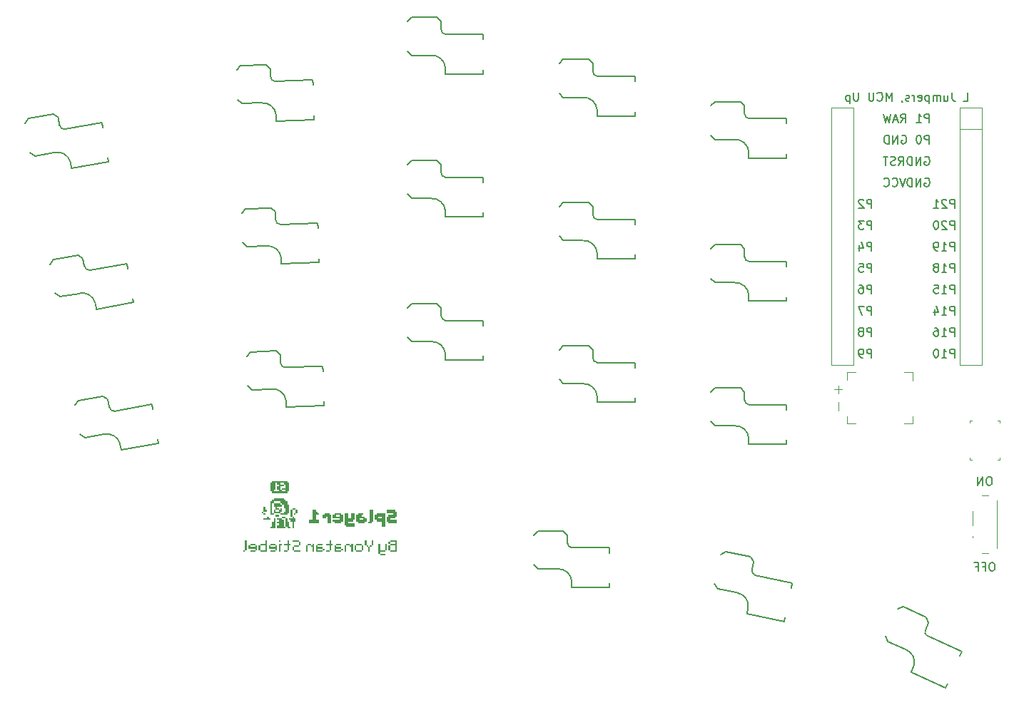
<source format=gbr>
%TF.GenerationSoftware,KiCad,Pcbnew,8.0.1*%
%TF.CreationDate,2024-05-06T23:29:14+03:00*%
%TF.ProjectId,new_ready_splayer_pcb,6e65775f-7265-4616-9479-5f73706c6179,v1.0.0*%
%TF.SameCoordinates,Original*%
%TF.FileFunction,Legend,Bot*%
%TF.FilePolarity,Positive*%
%FSLAX46Y46*%
G04 Gerber Fmt 4.6, Leading zero omitted, Abs format (unit mm)*
G04 Created by KiCad (PCBNEW 8.0.1) date 2024-05-06 23:29:14*
%MOMM*%
%LPD*%
G01*
G04 APERTURE LIST*
%ADD10C,0.150000*%
%ADD11C,0.100000*%
%ADD12C,0.000000*%
%ADD13C,0.120000*%
G04 APERTURE END LIST*
D10*
X257721969Y-124109819D02*
X257721969Y-123109819D01*
X257721969Y-123109819D02*
X257341017Y-123109819D01*
X257341017Y-123109819D02*
X257245779Y-123157438D01*
X257245779Y-123157438D02*
X257198160Y-123205057D01*
X257198160Y-123205057D02*
X257150541Y-123300295D01*
X257150541Y-123300295D02*
X257150541Y-123443152D01*
X257150541Y-123443152D02*
X257198160Y-123538390D01*
X257198160Y-123538390D02*
X257245779Y-123586009D01*
X257245779Y-123586009D02*
X257341017Y-123633628D01*
X257341017Y-123633628D02*
X257721969Y-123633628D01*
X256674350Y-124109819D02*
X256483874Y-124109819D01*
X256483874Y-124109819D02*
X256388636Y-124062200D01*
X256388636Y-124062200D02*
X256341017Y-124014580D01*
X256341017Y-124014580D02*
X256245779Y-123871723D01*
X256245779Y-123871723D02*
X256198160Y-123681247D01*
X256198160Y-123681247D02*
X256198160Y-123300295D01*
X256198160Y-123300295D02*
X256245779Y-123205057D01*
X256245779Y-123205057D02*
X256293398Y-123157438D01*
X256293398Y-123157438D02*
X256388636Y-123109819D01*
X256388636Y-123109819D02*
X256579112Y-123109819D01*
X256579112Y-123109819D02*
X256674350Y-123157438D01*
X256674350Y-123157438D02*
X256721969Y-123205057D01*
X256721969Y-123205057D02*
X256769588Y-123300295D01*
X256769588Y-123300295D02*
X256769588Y-123538390D01*
X256769588Y-123538390D02*
X256721969Y-123633628D01*
X256721969Y-123633628D02*
X256674350Y-123681247D01*
X256674350Y-123681247D02*
X256579112Y-123728866D01*
X256579112Y-123728866D02*
X256388636Y-123728866D01*
X256388636Y-123728866D02*
X256293398Y-123681247D01*
X256293398Y-123681247D02*
X256245779Y-123633628D01*
X256245779Y-123633628D02*
X256198160Y-123538390D01*
X264572220Y-98709819D02*
X264572220Y-97709819D01*
X264572220Y-97709819D02*
X264191268Y-97709819D01*
X264191268Y-97709819D02*
X264096030Y-97757438D01*
X264096030Y-97757438D02*
X264048411Y-97805057D01*
X264048411Y-97805057D02*
X264000792Y-97900295D01*
X264000792Y-97900295D02*
X264000792Y-98043152D01*
X264000792Y-98043152D02*
X264048411Y-98138390D01*
X264048411Y-98138390D02*
X264096030Y-98186009D01*
X264096030Y-98186009D02*
X264191268Y-98233628D01*
X264191268Y-98233628D02*
X264572220Y-98233628D01*
X263381744Y-97709819D02*
X263286506Y-97709819D01*
X263286506Y-97709819D02*
X263191268Y-97757438D01*
X263191268Y-97757438D02*
X263143649Y-97805057D01*
X263143649Y-97805057D02*
X263096030Y-97900295D01*
X263096030Y-97900295D02*
X263048411Y-98090771D01*
X263048411Y-98090771D02*
X263048411Y-98328866D01*
X263048411Y-98328866D02*
X263096030Y-98519342D01*
X263096030Y-98519342D02*
X263143649Y-98614580D01*
X263143649Y-98614580D02*
X263191268Y-98662200D01*
X263191268Y-98662200D02*
X263286506Y-98709819D01*
X263286506Y-98709819D02*
X263381744Y-98709819D01*
X263381744Y-98709819D02*
X263476982Y-98662200D01*
X263476982Y-98662200D02*
X263524601Y-98614580D01*
X263524601Y-98614580D02*
X263572220Y-98519342D01*
X263572220Y-98519342D02*
X263619839Y-98328866D01*
X263619839Y-98328866D02*
X263619839Y-98090771D01*
X263619839Y-98090771D02*
X263572220Y-97900295D01*
X263572220Y-97900295D02*
X263524601Y-97805057D01*
X263524601Y-97805057D02*
X263476982Y-97757438D01*
X263476982Y-97757438D02*
X263381744Y-97709819D01*
X267572220Y-106329819D02*
X267572220Y-105329819D01*
X267572220Y-105329819D02*
X267191268Y-105329819D01*
X267191268Y-105329819D02*
X267096030Y-105377438D01*
X267096030Y-105377438D02*
X267048411Y-105425057D01*
X267048411Y-105425057D02*
X267000792Y-105520295D01*
X267000792Y-105520295D02*
X267000792Y-105663152D01*
X267000792Y-105663152D02*
X267048411Y-105758390D01*
X267048411Y-105758390D02*
X267096030Y-105806009D01*
X267096030Y-105806009D02*
X267191268Y-105853628D01*
X267191268Y-105853628D02*
X267572220Y-105853628D01*
X266619839Y-105425057D02*
X266572220Y-105377438D01*
X266572220Y-105377438D02*
X266476982Y-105329819D01*
X266476982Y-105329819D02*
X266238887Y-105329819D01*
X266238887Y-105329819D02*
X266143649Y-105377438D01*
X266143649Y-105377438D02*
X266096030Y-105425057D01*
X266096030Y-105425057D02*
X266048411Y-105520295D01*
X266048411Y-105520295D02*
X266048411Y-105615533D01*
X266048411Y-105615533D02*
X266096030Y-105758390D01*
X266096030Y-105758390D02*
X266667458Y-106329819D01*
X266667458Y-106329819D02*
X266048411Y-106329819D01*
X265096030Y-106329819D02*
X265667458Y-106329819D01*
X265381744Y-106329819D02*
X265381744Y-105329819D01*
X265381744Y-105329819D02*
X265476982Y-105472676D01*
X265476982Y-105472676D02*
X265572220Y-105567914D01*
X265572220Y-105567914D02*
X265667458Y-105615533D01*
X267572220Y-124109819D02*
X267572220Y-123109819D01*
X267572220Y-123109819D02*
X267191268Y-123109819D01*
X267191268Y-123109819D02*
X267096030Y-123157438D01*
X267096030Y-123157438D02*
X267048411Y-123205057D01*
X267048411Y-123205057D02*
X267000792Y-123300295D01*
X267000792Y-123300295D02*
X267000792Y-123443152D01*
X267000792Y-123443152D02*
X267048411Y-123538390D01*
X267048411Y-123538390D02*
X267096030Y-123586009D01*
X267096030Y-123586009D02*
X267191268Y-123633628D01*
X267191268Y-123633628D02*
X267572220Y-123633628D01*
X266048411Y-124109819D02*
X266619839Y-124109819D01*
X266334125Y-124109819D02*
X266334125Y-123109819D01*
X266334125Y-123109819D02*
X266429363Y-123252676D01*
X266429363Y-123252676D02*
X266524601Y-123347914D01*
X266524601Y-123347914D02*
X266619839Y-123395533D01*
X265429363Y-123109819D02*
X265334125Y-123109819D01*
X265334125Y-123109819D02*
X265238887Y-123157438D01*
X265238887Y-123157438D02*
X265191268Y-123205057D01*
X265191268Y-123205057D02*
X265143649Y-123300295D01*
X265143649Y-123300295D02*
X265096030Y-123490771D01*
X265096030Y-123490771D02*
X265096030Y-123728866D01*
X265096030Y-123728866D02*
X265143649Y-123919342D01*
X265143649Y-123919342D02*
X265191268Y-124014580D01*
X265191268Y-124014580D02*
X265238887Y-124062200D01*
X265238887Y-124062200D02*
X265334125Y-124109819D01*
X265334125Y-124109819D02*
X265429363Y-124109819D01*
X265429363Y-124109819D02*
X265524601Y-124062200D01*
X265524601Y-124062200D02*
X265572220Y-124014580D01*
X265572220Y-124014580D02*
X265619839Y-123919342D01*
X265619839Y-123919342D02*
X265667458Y-123728866D01*
X265667458Y-123728866D02*
X265667458Y-123490771D01*
X265667458Y-123490771D02*
X265619839Y-123300295D01*
X265619839Y-123300295D02*
X265572220Y-123205057D01*
X265572220Y-123205057D02*
X265524601Y-123157438D01*
X265524601Y-123157438D02*
X265429363Y-123109819D01*
X264048411Y-100297438D02*
X264143649Y-100249819D01*
X264143649Y-100249819D02*
X264286506Y-100249819D01*
X264286506Y-100249819D02*
X264429363Y-100297438D01*
X264429363Y-100297438D02*
X264524601Y-100392676D01*
X264524601Y-100392676D02*
X264572220Y-100487914D01*
X264572220Y-100487914D02*
X264619839Y-100678390D01*
X264619839Y-100678390D02*
X264619839Y-100821247D01*
X264619839Y-100821247D02*
X264572220Y-101011723D01*
X264572220Y-101011723D02*
X264524601Y-101106961D01*
X264524601Y-101106961D02*
X264429363Y-101202200D01*
X264429363Y-101202200D02*
X264286506Y-101249819D01*
X264286506Y-101249819D02*
X264191268Y-101249819D01*
X264191268Y-101249819D02*
X264048411Y-101202200D01*
X264048411Y-101202200D02*
X264000792Y-101154580D01*
X264000792Y-101154580D02*
X264000792Y-100821247D01*
X264000792Y-100821247D02*
X264191268Y-100821247D01*
X263572220Y-101249819D02*
X263572220Y-100249819D01*
X263572220Y-100249819D02*
X263000792Y-101249819D01*
X263000792Y-101249819D02*
X263000792Y-100249819D01*
X262524601Y-101249819D02*
X262524601Y-100249819D01*
X262524601Y-100249819D02*
X262286506Y-100249819D01*
X262286506Y-100249819D02*
X262143649Y-100297438D01*
X262143649Y-100297438D02*
X262048411Y-100392676D01*
X262048411Y-100392676D02*
X262000792Y-100487914D01*
X262000792Y-100487914D02*
X261953173Y-100678390D01*
X261953173Y-100678390D02*
X261953173Y-100821247D01*
X261953173Y-100821247D02*
X262000792Y-101011723D01*
X262000792Y-101011723D02*
X262048411Y-101106961D01*
X262048411Y-101106961D02*
X262143649Y-101202200D01*
X262143649Y-101202200D02*
X262286506Y-101249819D01*
X262286506Y-101249819D02*
X262524601Y-101249819D01*
X257721969Y-119029819D02*
X257721969Y-118029819D01*
X257721969Y-118029819D02*
X257341017Y-118029819D01*
X257341017Y-118029819D02*
X257245779Y-118077438D01*
X257245779Y-118077438D02*
X257198160Y-118125057D01*
X257198160Y-118125057D02*
X257150541Y-118220295D01*
X257150541Y-118220295D02*
X257150541Y-118363152D01*
X257150541Y-118363152D02*
X257198160Y-118458390D01*
X257198160Y-118458390D02*
X257245779Y-118506009D01*
X257245779Y-118506009D02*
X257341017Y-118553628D01*
X257341017Y-118553628D02*
X257721969Y-118553628D01*
X256817207Y-118029819D02*
X256150541Y-118029819D01*
X256150541Y-118029819D02*
X256579112Y-119029819D01*
X267572220Y-121569819D02*
X267572220Y-120569819D01*
X267572220Y-120569819D02*
X267191268Y-120569819D01*
X267191268Y-120569819D02*
X267096030Y-120617438D01*
X267096030Y-120617438D02*
X267048411Y-120665057D01*
X267048411Y-120665057D02*
X267000792Y-120760295D01*
X267000792Y-120760295D02*
X267000792Y-120903152D01*
X267000792Y-120903152D02*
X267048411Y-120998390D01*
X267048411Y-120998390D02*
X267096030Y-121046009D01*
X267096030Y-121046009D02*
X267191268Y-121093628D01*
X267191268Y-121093628D02*
X267572220Y-121093628D01*
X266048411Y-121569819D02*
X266619839Y-121569819D01*
X266334125Y-121569819D02*
X266334125Y-120569819D01*
X266334125Y-120569819D02*
X266429363Y-120712676D01*
X266429363Y-120712676D02*
X266524601Y-120807914D01*
X266524601Y-120807914D02*
X266619839Y-120855533D01*
X265191268Y-120569819D02*
X265381744Y-120569819D01*
X265381744Y-120569819D02*
X265476982Y-120617438D01*
X265476982Y-120617438D02*
X265524601Y-120665057D01*
X265524601Y-120665057D02*
X265619839Y-120807914D01*
X265619839Y-120807914D02*
X265667458Y-120998390D01*
X265667458Y-120998390D02*
X265667458Y-121379342D01*
X265667458Y-121379342D02*
X265619839Y-121474580D01*
X265619839Y-121474580D02*
X265572220Y-121522200D01*
X265572220Y-121522200D02*
X265476982Y-121569819D01*
X265476982Y-121569819D02*
X265286506Y-121569819D01*
X265286506Y-121569819D02*
X265191268Y-121522200D01*
X265191268Y-121522200D02*
X265143649Y-121474580D01*
X265143649Y-121474580D02*
X265096030Y-121379342D01*
X265096030Y-121379342D02*
X265096030Y-121141247D01*
X265096030Y-121141247D02*
X265143649Y-121046009D01*
X265143649Y-121046009D02*
X265191268Y-120998390D01*
X265191268Y-120998390D02*
X265286506Y-120950771D01*
X265286506Y-120950771D02*
X265476982Y-120950771D01*
X265476982Y-120950771D02*
X265572220Y-120998390D01*
X265572220Y-120998390D02*
X265619839Y-121046009D01*
X265619839Y-121046009D02*
X265667458Y-121141247D01*
X261293398Y-97757438D02*
X261388636Y-97709819D01*
X261388636Y-97709819D02*
X261531493Y-97709819D01*
X261531493Y-97709819D02*
X261674350Y-97757438D01*
X261674350Y-97757438D02*
X261769588Y-97852676D01*
X261769588Y-97852676D02*
X261817207Y-97947914D01*
X261817207Y-97947914D02*
X261864826Y-98138390D01*
X261864826Y-98138390D02*
X261864826Y-98281247D01*
X261864826Y-98281247D02*
X261817207Y-98471723D01*
X261817207Y-98471723D02*
X261769588Y-98566961D01*
X261769588Y-98566961D02*
X261674350Y-98662200D01*
X261674350Y-98662200D02*
X261531493Y-98709819D01*
X261531493Y-98709819D02*
X261436255Y-98709819D01*
X261436255Y-98709819D02*
X261293398Y-98662200D01*
X261293398Y-98662200D02*
X261245779Y-98614580D01*
X261245779Y-98614580D02*
X261245779Y-98281247D01*
X261245779Y-98281247D02*
X261436255Y-98281247D01*
X260817207Y-98709819D02*
X260817207Y-97709819D01*
X260817207Y-97709819D02*
X260245779Y-98709819D01*
X260245779Y-98709819D02*
X260245779Y-97709819D01*
X259769588Y-98709819D02*
X259769588Y-97709819D01*
X259769588Y-97709819D02*
X259531493Y-97709819D01*
X259531493Y-97709819D02*
X259388636Y-97757438D01*
X259388636Y-97757438D02*
X259293398Y-97852676D01*
X259293398Y-97852676D02*
X259245779Y-97947914D01*
X259245779Y-97947914D02*
X259198160Y-98138390D01*
X259198160Y-98138390D02*
X259198160Y-98281247D01*
X259198160Y-98281247D02*
X259245779Y-98471723D01*
X259245779Y-98471723D02*
X259293398Y-98566961D01*
X259293398Y-98566961D02*
X259388636Y-98662200D01*
X259388636Y-98662200D02*
X259531493Y-98709819D01*
X259531493Y-98709819D02*
X259769588Y-98709819D01*
X267572220Y-116489819D02*
X267572220Y-115489819D01*
X267572220Y-115489819D02*
X267191268Y-115489819D01*
X267191268Y-115489819D02*
X267096030Y-115537438D01*
X267096030Y-115537438D02*
X267048411Y-115585057D01*
X267048411Y-115585057D02*
X267000792Y-115680295D01*
X267000792Y-115680295D02*
X267000792Y-115823152D01*
X267000792Y-115823152D02*
X267048411Y-115918390D01*
X267048411Y-115918390D02*
X267096030Y-115966009D01*
X267096030Y-115966009D02*
X267191268Y-116013628D01*
X267191268Y-116013628D02*
X267572220Y-116013628D01*
X266048411Y-116489819D02*
X266619839Y-116489819D01*
X266334125Y-116489819D02*
X266334125Y-115489819D01*
X266334125Y-115489819D02*
X266429363Y-115632676D01*
X266429363Y-115632676D02*
X266524601Y-115727914D01*
X266524601Y-115727914D02*
X266619839Y-115775533D01*
X265143649Y-115489819D02*
X265619839Y-115489819D01*
X265619839Y-115489819D02*
X265667458Y-115966009D01*
X265667458Y-115966009D02*
X265619839Y-115918390D01*
X265619839Y-115918390D02*
X265524601Y-115870771D01*
X265524601Y-115870771D02*
X265286506Y-115870771D01*
X265286506Y-115870771D02*
X265191268Y-115918390D01*
X265191268Y-115918390D02*
X265143649Y-115966009D01*
X265143649Y-115966009D02*
X265096030Y-116061247D01*
X265096030Y-116061247D02*
X265096030Y-116299342D01*
X265096030Y-116299342D02*
X265143649Y-116394580D01*
X265143649Y-116394580D02*
X265191268Y-116442200D01*
X265191268Y-116442200D02*
X265286506Y-116489819D01*
X265286506Y-116489819D02*
X265524601Y-116489819D01*
X265524601Y-116489819D02*
X265619839Y-116442200D01*
X265619839Y-116442200D02*
X265667458Y-116394580D01*
X267572220Y-119029819D02*
X267572220Y-118029819D01*
X267572220Y-118029819D02*
X267191268Y-118029819D01*
X267191268Y-118029819D02*
X267096030Y-118077438D01*
X267096030Y-118077438D02*
X267048411Y-118125057D01*
X267048411Y-118125057D02*
X267000792Y-118220295D01*
X267000792Y-118220295D02*
X267000792Y-118363152D01*
X267000792Y-118363152D02*
X267048411Y-118458390D01*
X267048411Y-118458390D02*
X267096030Y-118506009D01*
X267096030Y-118506009D02*
X267191268Y-118553628D01*
X267191268Y-118553628D02*
X267572220Y-118553628D01*
X266048411Y-119029819D02*
X266619839Y-119029819D01*
X266334125Y-119029819D02*
X266334125Y-118029819D01*
X266334125Y-118029819D02*
X266429363Y-118172676D01*
X266429363Y-118172676D02*
X266524601Y-118267914D01*
X266524601Y-118267914D02*
X266619839Y-118315533D01*
X265191268Y-118363152D02*
X265191268Y-119029819D01*
X265429363Y-117982200D02*
X265667458Y-118696485D01*
X265667458Y-118696485D02*
X265048411Y-118696485D01*
X267572220Y-113949819D02*
X267572220Y-112949819D01*
X267572220Y-112949819D02*
X267191268Y-112949819D01*
X267191268Y-112949819D02*
X267096030Y-112997438D01*
X267096030Y-112997438D02*
X267048411Y-113045057D01*
X267048411Y-113045057D02*
X267000792Y-113140295D01*
X267000792Y-113140295D02*
X267000792Y-113283152D01*
X267000792Y-113283152D02*
X267048411Y-113378390D01*
X267048411Y-113378390D02*
X267096030Y-113426009D01*
X267096030Y-113426009D02*
X267191268Y-113473628D01*
X267191268Y-113473628D02*
X267572220Y-113473628D01*
X266048411Y-113949819D02*
X266619839Y-113949819D01*
X266334125Y-113949819D02*
X266334125Y-112949819D01*
X266334125Y-112949819D02*
X266429363Y-113092676D01*
X266429363Y-113092676D02*
X266524601Y-113187914D01*
X266524601Y-113187914D02*
X266619839Y-113235533D01*
X265476982Y-113378390D02*
X265572220Y-113330771D01*
X265572220Y-113330771D02*
X265619839Y-113283152D01*
X265619839Y-113283152D02*
X265667458Y-113187914D01*
X265667458Y-113187914D02*
X265667458Y-113140295D01*
X265667458Y-113140295D02*
X265619839Y-113045057D01*
X265619839Y-113045057D02*
X265572220Y-112997438D01*
X265572220Y-112997438D02*
X265476982Y-112949819D01*
X265476982Y-112949819D02*
X265286506Y-112949819D01*
X265286506Y-112949819D02*
X265191268Y-112997438D01*
X265191268Y-112997438D02*
X265143649Y-113045057D01*
X265143649Y-113045057D02*
X265096030Y-113140295D01*
X265096030Y-113140295D02*
X265096030Y-113187914D01*
X265096030Y-113187914D02*
X265143649Y-113283152D01*
X265143649Y-113283152D02*
X265191268Y-113330771D01*
X265191268Y-113330771D02*
X265286506Y-113378390D01*
X265286506Y-113378390D02*
X265476982Y-113378390D01*
X265476982Y-113378390D02*
X265572220Y-113426009D01*
X265572220Y-113426009D02*
X265619839Y-113473628D01*
X265619839Y-113473628D02*
X265667458Y-113568866D01*
X265667458Y-113568866D02*
X265667458Y-113759342D01*
X265667458Y-113759342D02*
X265619839Y-113854580D01*
X265619839Y-113854580D02*
X265572220Y-113902200D01*
X265572220Y-113902200D02*
X265476982Y-113949819D01*
X265476982Y-113949819D02*
X265286506Y-113949819D01*
X265286506Y-113949819D02*
X265191268Y-113902200D01*
X265191268Y-113902200D02*
X265143649Y-113854580D01*
X265143649Y-113854580D02*
X265096030Y-113759342D01*
X265096030Y-113759342D02*
X265096030Y-113568866D01*
X265096030Y-113568866D02*
X265143649Y-113473628D01*
X265143649Y-113473628D02*
X265191268Y-113426009D01*
X265191268Y-113426009D02*
X265286506Y-113378390D01*
X257721969Y-116489819D02*
X257721969Y-115489819D01*
X257721969Y-115489819D02*
X257341017Y-115489819D01*
X257341017Y-115489819D02*
X257245779Y-115537438D01*
X257245779Y-115537438D02*
X257198160Y-115585057D01*
X257198160Y-115585057D02*
X257150541Y-115680295D01*
X257150541Y-115680295D02*
X257150541Y-115823152D01*
X257150541Y-115823152D02*
X257198160Y-115918390D01*
X257198160Y-115918390D02*
X257245779Y-115966009D01*
X257245779Y-115966009D02*
X257341017Y-116013628D01*
X257341017Y-116013628D02*
X257721969Y-116013628D01*
X256293398Y-115489819D02*
X256483874Y-115489819D01*
X256483874Y-115489819D02*
X256579112Y-115537438D01*
X256579112Y-115537438D02*
X256626731Y-115585057D01*
X256626731Y-115585057D02*
X256721969Y-115727914D01*
X256721969Y-115727914D02*
X256769588Y-115918390D01*
X256769588Y-115918390D02*
X256769588Y-116299342D01*
X256769588Y-116299342D02*
X256721969Y-116394580D01*
X256721969Y-116394580D02*
X256674350Y-116442200D01*
X256674350Y-116442200D02*
X256579112Y-116489819D01*
X256579112Y-116489819D02*
X256388636Y-116489819D01*
X256388636Y-116489819D02*
X256293398Y-116442200D01*
X256293398Y-116442200D02*
X256245779Y-116394580D01*
X256245779Y-116394580D02*
X256198160Y-116299342D01*
X256198160Y-116299342D02*
X256198160Y-116061247D01*
X256198160Y-116061247D02*
X256245779Y-115966009D01*
X256245779Y-115966009D02*
X256293398Y-115918390D01*
X256293398Y-115918390D02*
X256388636Y-115870771D01*
X256388636Y-115870771D02*
X256579112Y-115870771D01*
X256579112Y-115870771D02*
X256674350Y-115918390D01*
X256674350Y-115918390D02*
X256721969Y-115966009D01*
X256721969Y-115966009D02*
X256769588Y-116061247D01*
X257721969Y-121569819D02*
X257721969Y-120569819D01*
X257721969Y-120569819D02*
X257341017Y-120569819D01*
X257341017Y-120569819D02*
X257245779Y-120617438D01*
X257245779Y-120617438D02*
X257198160Y-120665057D01*
X257198160Y-120665057D02*
X257150541Y-120760295D01*
X257150541Y-120760295D02*
X257150541Y-120903152D01*
X257150541Y-120903152D02*
X257198160Y-120998390D01*
X257198160Y-120998390D02*
X257245779Y-121046009D01*
X257245779Y-121046009D02*
X257341017Y-121093628D01*
X257341017Y-121093628D02*
X257721969Y-121093628D01*
X256579112Y-120998390D02*
X256674350Y-120950771D01*
X256674350Y-120950771D02*
X256721969Y-120903152D01*
X256721969Y-120903152D02*
X256769588Y-120807914D01*
X256769588Y-120807914D02*
X256769588Y-120760295D01*
X256769588Y-120760295D02*
X256721969Y-120665057D01*
X256721969Y-120665057D02*
X256674350Y-120617438D01*
X256674350Y-120617438D02*
X256579112Y-120569819D01*
X256579112Y-120569819D02*
X256388636Y-120569819D01*
X256388636Y-120569819D02*
X256293398Y-120617438D01*
X256293398Y-120617438D02*
X256245779Y-120665057D01*
X256245779Y-120665057D02*
X256198160Y-120760295D01*
X256198160Y-120760295D02*
X256198160Y-120807914D01*
X256198160Y-120807914D02*
X256245779Y-120903152D01*
X256245779Y-120903152D02*
X256293398Y-120950771D01*
X256293398Y-120950771D02*
X256388636Y-120998390D01*
X256388636Y-120998390D02*
X256579112Y-120998390D01*
X256579112Y-120998390D02*
X256674350Y-121046009D01*
X256674350Y-121046009D02*
X256721969Y-121093628D01*
X256721969Y-121093628D02*
X256769588Y-121188866D01*
X256769588Y-121188866D02*
X256769588Y-121379342D01*
X256769588Y-121379342D02*
X256721969Y-121474580D01*
X256721969Y-121474580D02*
X256674350Y-121522200D01*
X256674350Y-121522200D02*
X256579112Y-121569819D01*
X256579112Y-121569819D02*
X256388636Y-121569819D01*
X256388636Y-121569819D02*
X256293398Y-121522200D01*
X256293398Y-121522200D02*
X256245779Y-121474580D01*
X256245779Y-121474580D02*
X256198160Y-121379342D01*
X256198160Y-121379342D02*
X256198160Y-121188866D01*
X256198160Y-121188866D02*
X256245779Y-121093628D01*
X256245779Y-121093628D02*
X256293398Y-121046009D01*
X256293398Y-121046009D02*
X256388636Y-120998390D01*
X264048411Y-102837438D02*
X264143649Y-102789819D01*
X264143649Y-102789819D02*
X264286506Y-102789819D01*
X264286506Y-102789819D02*
X264429363Y-102837438D01*
X264429363Y-102837438D02*
X264524601Y-102932676D01*
X264524601Y-102932676D02*
X264572220Y-103027914D01*
X264572220Y-103027914D02*
X264619839Y-103218390D01*
X264619839Y-103218390D02*
X264619839Y-103361247D01*
X264619839Y-103361247D02*
X264572220Y-103551723D01*
X264572220Y-103551723D02*
X264524601Y-103646961D01*
X264524601Y-103646961D02*
X264429363Y-103742200D01*
X264429363Y-103742200D02*
X264286506Y-103789819D01*
X264286506Y-103789819D02*
X264191268Y-103789819D01*
X264191268Y-103789819D02*
X264048411Y-103742200D01*
X264048411Y-103742200D02*
X264000792Y-103694580D01*
X264000792Y-103694580D02*
X264000792Y-103361247D01*
X264000792Y-103361247D02*
X264191268Y-103361247D01*
X263572220Y-103789819D02*
X263572220Y-102789819D01*
X263572220Y-102789819D02*
X263000792Y-103789819D01*
X263000792Y-103789819D02*
X263000792Y-102789819D01*
X262524601Y-103789819D02*
X262524601Y-102789819D01*
X262524601Y-102789819D02*
X262286506Y-102789819D01*
X262286506Y-102789819D02*
X262143649Y-102837438D01*
X262143649Y-102837438D02*
X262048411Y-102932676D01*
X262048411Y-102932676D02*
X262000792Y-103027914D01*
X262000792Y-103027914D02*
X261953173Y-103218390D01*
X261953173Y-103218390D02*
X261953173Y-103361247D01*
X261953173Y-103361247D02*
X262000792Y-103551723D01*
X262000792Y-103551723D02*
X262048411Y-103646961D01*
X262048411Y-103646961D02*
X262143649Y-103742200D01*
X262143649Y-103742200D02*
X262286506Y-103789819D01*
X262286506Y-103789819D02*
X262524601Y-103789819D01*
X267572220Y-108869819D02*
X267572220Y-107869819D01*
X267572220Y-107869819D02*
X267191268Y-107869819D01*
X267191268Y-107869819D02*
X267096030Y-107917438D01*
X267096030Y-107917438D02*
X267048411Y-107965057D01*
X267048411Y-107965057D02*
X267000792Y-108060295D01*
X267000792Y-108060295D02*
X267000792Y-108203152D01*
X267000792Y-108203152D02*
X267048411Y-108298390D01*
X267048411Y-108298390D02*
X267096030Y-108346009D01*
X267096030Y-108346009D02*
X267191268Y-108393628D01*
X267191268Y-108393628D02*
X267572220Y-108393628D01*
X266619839Y-107965057D02*
X266572220Y-107917438D01*
X266572220Y-107917438D02*
X266476982Y-107869819D01*
X266476982Y-107869819D02*
X266238887Y-107869819D01*
X266238887Y-107869819D02*
X266143649Y-107917438D01*
X266143649Y-107917438D02*
X266096030Y-107965057D01*
X266096030Y-107965057D02*
X266048411Y-108060295D01*
X266048411Y-108060295D02*
X266048411Y-108155533D01*
X266048411Y-108155533D02*
X266096030Y-108298390D01*
X266096030Y-108298390D02*
X266667458Y-108869819D01*
X266667458Y-108869819D02*
X266048411Y-108869819D01*
X265429363Y-107869819D02*
X265334125Y-107869819D01*
X265334125Y-107869819D02*
X265238887Y-107917438D01*
X265238887Y-107917438D02*
X265191268Y-107965057D01*
X265191268Y-107965057D02*
X265143649Y-108060295D01*
X265143649Y-108060295D02*
X265096030Y-108250771D01*
X265096030Y-108250771D02*
X265096030Y-108488866D01*
X265096030Y-108488866D02*
X265143649Y-108679342D01*
X265143649Y-108679342D02*
X265191268Y-108774580D01*
X265191268Y-108774580D02*
X265238887Y-108822200D01*
X265238887Y-108822200D02*
X265334125Y-108869819D01*
X265334125Y-108869819D02*
X265429363Y-108869819D01*
X265429363Y-108869819D02*
X265524601Y-108822200D01*
X265524601Y-108822200D02*
X265572220Y-108774580D01*
X265572220Y-108774580D02*
X265619839Y-108679342D01*
X265619839Y-108679342D02*
X265667458Y-108488866D01*
X265667458Y-108488866D02*
X265667458Y-108250771D01*
X265667458Y-108250771D02*
X265619839Y-108060295D01*
X265619839Y-108060295D02*
X265572220Y-107965057D01*
X265572220Y-107965057D02*
X265524601Y-107917438D01*
X265524601Y-107917438D02*
X265429363Y-107869819D01*
X257721969Y-108869819D02*
X257721969Y-107869819D01*
X257721969Y-107869819D02*
X257341017Y-107869819D01*
X257341017Y-107869819D02*
X257245779Y-107917438D01*
X257245779Y-107917438D02*
X257198160Y-107965057D01*
X257198160Y-107965057D02*
X257150541Y-108060295D01*
X257150541Y-108060295D02*
X257150541Y-108203152D01*
X257150541Y-108203152D02*
X257198160Y-108298390D01*
X257198160Y-108298390D02*
X257245779Y-108346009D01*
X257245779Y-108346009D02*
X257341017Y-108393628D01*
X257341017Y-108393628D02*
X257721969Y-108393628D01*
X256817207Y-107869819D02*
X256198160Y-107869819D01*
X256198160Y-107869819D02*
X256531493Y-108250771D01*
X256531493Y-108250771D02*
X256388636Y-108250771D01*
X256388636Y-108250771D02*
X256293398Y-108298390D01*
X256293398Y-108298390D02*
X256245779Y-108346009D01*
X256245779Y-108346009D02*
X256198160Y-108441247D01*
X256198160Y-108441247D02*
X256198160Y-108679342D01*
X256198160Y-108679342D02*
X256245779Y-108774580D01*
X256245779Y-108774580D02*
X256293398Y-108822200D01*
X256293398Y-108822200D02*
X256388636Y-108869819D01*
X256388636Y-108869819D02*
X256674350Y-108869819D01*
X256674350Y-108869819D02*
X256769588Y-108822200D01*
X256769588Y-108822200D02*
X256817207Y-108774580D01*
X261198160Y-96169819D02*
X261531493Y-95693628D01*
X261769588Y-96169819D02*
X261769588Y-95169819D01*
X261769588Y-95169819D02*
X261388636Y-95169819D01*
X261388636Y-95169819D02*
X261293398Y-95217438D01*
X261293398Y-95217438D02*
X261245779Y-95265057D01*
X261245779Y-95265057D02*
X261198160Y-95360295D01*
X261198160Y-95360295D02*
X261198160Y-95503152D01*
X261198160Y-95503152D02*
X261245779Y-95598390D01*
X261245779Y-95598390D02*
X261293398Y-95646009D01*
X261293398Y-95646009D02*
X261388636Y-95693628D01*
X261388636Y-95693628D02*
X261769588Y-95693628D01*
X260817207Y-95884104D02*
X260341017Y-95884104D01*
X260912445Y-96169819D02*
X260579112Y-95169819D01*
X260579112Y-95169819D02*
X260245779Y-96169819D01*
X260007683Y-95169819D02*
X259769588Y-96169819D01*
X259769588Y-96169819D02*
X259579112Y-95455533D01*
X259579112Y-95455533D02*
X259388636Y-96169819D01*
X259388636Y-96169819D02*
X259150541Y-95169819D01*
X257721969Y-106329819D02*
X257721969Y-105329819D01*
X257721969Y-105329819D02*
X257341017Y-105329819D01*
X257341017Y-105329819D02*
X257245779Y-105377438D01*
X257245779Y-105377438D02*
X257198160Y-105425057D01*
X257198160Y-105425057D02*
X257150541Y-105520295D01*
X257150541Y-105520295D02*
X257150541Y-105663152D01*
X257150541Y-105663152D02*
X257198160Y-105758390D01*
X257198160Y-105758390D02*
X257245779Y-105806009D01*
X257245779Y-105806009D02*
X257341017Y-105853628D01*
X257341017Y-105853628D02*
X257721969Y-105853628D01*
X256769588Y-105425057D02*
X256721969Y-105377438D01*
X256721969Y-105377438D02*
X256626731Y-105329819D01*
X256626731Y-105329819D02*
X256388636Y-105329819D01*
X256388636Y-105329819D02*
X256293398Y-105377438D01*
X256293398Y-105377438D02*
X256245779Y-105425057D01*
X256245779Y-105425057D02*
X256198160Y-105520295D01*
X256198160Y-105520295D02*
X256198160Y-105615533D01*
X256198160Y-105615533D02*
X256245779Y-105758390D01*
X256245779Y-105758390D02*
X256817207Y-106329819D01*
X256817207Y-106329819D02*
X256198160Y-106329819D01*
X268647095Y-93624819D02*
X269123285Y-93624819D01*
X269123285Y-93624819D02*
X269123285Y-92624819D01*
X267266142Y-92624819D02*
X267266142Y-93339104D01*
X267266142Y-93339104D02*
X267313761Y-93481961D01*
X267313761Y-93481961D02*
X267408999Y-93577200D01*
X267408999Y-93577200D02*
X267551856Y-93624819D01*
X267551856Y-93624819D02*
X267647094Y-93624819D01*
X266361380Y-92958152D02*
X266361380Y-93624819D01*
X266789951Y-92958152D02*
X266789951Y-93481961D01*
X266789951Y-93481961D02*
X266742332Y-93577200D01*
X266742332Y-93577200D02*
X266647094Y-93624819D01*
X266647094Y-93624819D02*
X266504237Y-93624819D01*
X266504237Y-93624819D02*
X266408999Y-93577200D01*
X266408999Y-93577200D02*
X266361380Y-93529580D01*
X265885189Y-93624819D02*
X265885189Y-92958152D01*
X265885189Y-93053390D02*
X265837570Y-93005771D01*
X265837570Y-93005771D02*
X265742332Y-92958152D01*
X265742332Y-92958152D02*
X265599475Y-92958152D01*
X265599475Y-92958152D02*
X265504237Y-93005771D01*
X265504237Y-93005771D02*
X265456618Y-93101009D01*
X265456618Y-93101009D02*
X265456618Y-93624819D01*
X265456618Y-93101009D02*
X265408999Y-93005771D01*
X265408999Y-93005771D02*
X265313761Y-92958152D01*
X265313761Y-92958152D02*
X265170904Y-92958152D01*
X265170904Y-92958152D02*
X265075665Y-93005771D01*
X265075665Y-93005771D02*
X265028046Y-93101009D01*
X265028046Y-93101009D02*
X265028046Y-93624819D01*
X264551856Y-92958152D02*
X264551856Y-93958152D01*
X264551856Y-93005771D02*
X264456618Y-92958152D01*
X264456618Y-92958152D02*
X264266142Y-92958152D01*
X264266142Y-92958152D02*
X264170904Y-93005771D01*
X264170904Y-93005771D02*
X264123285Y-93053390D01*
X264123285Y-93053390D02*
X264075666Y-93148628D01*
X264075666Y-93148628D02*
X264075666Y-93434342D01*
X264075666Y-93434342D02*
X264123285Y-93529580D01*
X264123285Y-93529580D02*
X264170904Y-93577200D01*
X264170904Y-93577200D02*
X264266142Y-93624819D01*
X264266142Y-93624819D02*
X264456618Y-93624819D01*
X264456618Y-93624819D02*
X264551856Y-93577200D01*
X263266142Y-93577200D02*
X263361380Y-93624819D01*
X263361380Y-93624819D02*
X263551856Y-93624819D01*
X263551856Y-93624819D02*
X263647094Y-93577200D01*
X263647094Y-93577200D02*
X263694713Y-93481961D01*
X263694713Y-93481961D02*
X263694713Y-93101009D01*
X263694713Y-93101009D02*
X263647094Y-93005771D01*
X263647094Y-93005771D02*
X263551856Y-92958152D01*
X263551856Y-92958152D02*
X263361380Y-92958152D01*
X263361380Y-92958152D02*
X263266142Y-93005771D01*
X263266142Y-93005771D02*
X263218523Y-93101009D01*
X263218523Y-93101009D02*
X263218523Y-93196247D01*
X263218523Y-93196247D02*
X263694713Y-93291485D01*
X262789951Y-93624819D02*
X262789951Y-92958152D01*
X262789951Y-93148628D02*
X262742332Y-93053390D01*
X262742332Y-93053390D02*
X262694713Y-93005771D01*
X262694713Y-93005771D02*
X262599475Y-92958152D01*
X262599475Y-92958152D02*
X262504237Y-92958152D01*
X262218522Y-93577200D02*
X262123284Y-93624819D01*
X262123284Y-93624819D02*
X261932808Y-93624819D01*
X261932808Y-93624819D02*
X261837570Y-93577200D01*
X261837570Y-93577200D02*
X261789951Y-93481961D01*
X261789951Y-93481961D02*
X261789951Y-93434342D01*
X261789951Y-93434342D02*
X261837570Y-93339104D01*
X261837570Y-93339104D02*
X261932808Y-93291485D01*
X261932808Y-93291485D02*
X262075665Y-93291485D01*
X262075665Y-93291485D02*
X262170903Y-93243866D01*
X262170903Y-93243866D02*
X262218522Y-93148628D01*
X262218522Y-93148628D02*
X262218522Y-93101009D01*
X262218522Y-93101009D02*
X262170903Y-93005771D01*
X262170903Y-93005771D02*
X262075665Y-92958152D01*
X262075665Y-92958152D02*
X261932808Y-92958152D01*
X261932808Y-92958152D02*
X261837570Y-93005771D01*
X261313760Y-93577200D02*
X261313760Y-93624819D01*
X261313760Y-93624819D02*
X261361379Y-93720057D01*
X261361379Y-93720057D02*
X261408998Y-93767676D01*
X260123284Y-93624819D02*
X260123284Y-92624819D01*
X260123284Y-92624819D02*
X259789951Y-93339104D01*
X259789951Y-93339104D02*
X259456618Y-92624819D01*
X259456618Y-92624819D02*
X259456618Y-93624819D01*
X258408999Y-93529580D02*
X258456618Y-93577200D01*
X258456618Y-93577200D02*
X258599475Y-93624819D01*
X258599475Y-93624819D02*
X258694713Y-93624819D01*
X258694713Y-93624819D02*
X258837570Y-93577200D01*
X258837570Y-93577200D02*
X258932808Y-93481961D01*
X258932808Y-93481961D02*
X258980427Y-93386723D01*
X258980427Y-93386723D02*
X259028046Y-93196247D01*
X259028046Y-93196247D02*
X259028046Y-93053390D01*
X259028046Y-93053390D02*
X258980427Y-92862914D01*
X258980427Y-92862914D02*
X258932808Y-92767676D01*
X258932808Y-92767676D02*
X258837570Y-92672438D01*
X258837570Y-92672438D02*
X258694713Y-92624819D01*
X258694713Y-92624819D02*
X258599475Y-92624819D01*
X258599475Y-92624819D02*
X258456618Y-92672438D01*
X258456618Y-92672438D02*
X258408999Y-92720057D01*
X257980427Y-92624819D02*
X257980427Y-93434342D01*
X257980427Y-93434342D02*
X257932808Y-93529580D01*
X257932808Y-93529580D02*
X257885189Y-93577200D01*
X257885189Y-93577200D02*
X257789951Y-93624819D01*
X257789951Y-93624819D02*
X257599475Y-93624819D01*
X257599475Y-93624819D02*
X257504237Y-93577200D01*
X257504237Y-93577200D02*
X257456618Y-93529580D01*
X257456618Y-93529580D02*
X257408999Y-93434342D01*
X257408999Y-93434342D02*
X257408999Y-92624819D01*
X256170903Y-92624819D02*
X256170903Y-93434342D01*
X256170903Y-93434342D02*
X256123284Y-93529580D01*
X256123284Y-93529580D02*
X256075665Y-93577200D01*
X256075665Y-93577200D02*
X255980427Y-93624819D01*
X255980427Y-93624819D02*
X255789951Y-93624819D01*
X255789951Y-93624819D02*
X255694713Y-93577200D01*
X255694713Y-93577200D02*
X255647094Y-93529580D01*
X255647094Y-93529580D02*
X255599475Y-93434342D01*
X255599475Y-93434342D02*
X255599475Y-92624819D01*
X255123284Y-92958152D02*
X255123284Y-93958152D01*
X255123284Y-93005771D02*
X255028046Y-92958152D01*
X255028046Y-92958152D02*
X254837570Y-92958152D01*
X254837570Y-92958152D02*
X254742332Y-93005771D01*
X254742332Y-93005771D02*
X254694713Y-93053390D01*
X254694713Y-93053390D02*
X254647094Y-93148628D01*
X254647094Y-93148628D02*
X254647094Y-93434342D01*
X254647094Y-93434342D02*
X254694713Y-93529580D01*
X254694713Y-93529580D02*
X254742332Y-93577200D01*
X254742332Y-93577200D02*
X254837570Y-93624819D01*
X254837570Y-93624819D02*
X255028046Y-93624819D01*
X255028046Y-93624819D02*
X255123284Y-93577200D01*
X264572220Y-96169819D02*
X264572220Y-95169819D01*
X264572220Y-95169819D02*
X264191268Y-95169819D01*
X264191268Y-95169819D02*
X264096030Y-95217438D01*
X264096030Y-95217438D02*
X264048411Y-95265057D01*
X264048411Y-95265057D02*
X264000792Y-95360295D01*
X264000792Y-95360295D02*
X264000792Y-95503152D01*
X264000792Y-95503152D02*
X264048411Y-95598390D01*
X264048411Y-95598390D02*
X264096030Y-95646009D01*
X264096030Y-95646009D02*
X264191268Y-95693628D01*
X264191268Y-95693628D02*
X264572220Y-95693628D01*
X263048411Y-96169819D02*
X263619839Y-96169819D01*
X263334125Y-96169819D02*
X263334125Y-95169819D01*
X263334125Y-95169819D02*
X263429363Y-95312676D01*
X263429363Y-95312676D02*
X263524601Y-95407914D01*
X263524601Y-95407914D02*
X263619839Y-95455533D01*
X267572220Y-111409819D02*
X267572220Y-110409819D01*
X267572220Y-110409819D02*
X267191268Y-110409819D01*
X267191268Y-110409819D02*
X267096030Y-110457438D01*
X267096030Y-110457438D02*
X267048411Y-110505057D01*
X267048411Y-110505057D02*
X267000792Y-110600295D01*
X267000792Y-110600295D02*
X267000792Y-110743152D01*
X267000792Y-110743152D02*
X267048411Y-110838390D01*
X267048411Y-110838390D02*
X267096030Y-110886009D01*
X267096030Y-110886009D02*
X267191268Y-110933628D01*
X267191268Y-110933628D02*
X267572220Y-110933628D01*
X266048411Y-111409819D02*
X266619839Y-111409819D01*
X266334125Y-111409819D02*
X266334125Y-110409819D01*
X266334125Y-110409819D02*
X266429363Y-110552676D01*
X266429363Y-110552676D02*
X266524601Y-110647914D01*
X266524601Y-110647914D02*
X266619839Y-110695533D01*
X265572220Y-111409819D02*
X265381744Y-111409819D01*
X265381744Y-111409819D02*
X265286506Y-111362200D01*
X265286506Y-111362200D02*
X265238887Y-111314580D01*
X265238887Y-111314580D02*
X265143649Y-111171723D01*
X265143649Y-111171723D02*
X265096030Y-110981247D01*
X265096030Y-110981247D02*
X265096030Y-110600295D01*
X265096030Y-110600295D02*
X265143649Y-110505057D01*
X265143649Y-110505057D02*
X265191268Y-110457438D01*
X265191268Y-110457438D02*
X265286506Y-110409819D01*
X265286506Y-110409819D02*
X265476982Y-110409819D01*
X265476982Y-110409819D02*
X265572220Y-110457438D01*
X265572220Y-110457438D02*
X265619839Y-110505057D01*
X265619839Y-110505057D02*
X265667458Y-110600295D01*
X265667458Y-110600295D02*
X265667458Y-110838390D01*
X265667458Y-110838390D02*
X265619839Y-110933628D01*
X265619839Y-110933628D02*
X265572220Y-110981247D01*
X265572220Y-110981247D02*
X265476982Y-111028866D01*
X265476982Y-111028866D02*
X265286506Y-111028866D01*
X265286506Y-111028866D02*
X265191268Y-110981247D01*
X265191268Y-110981247D02*
X265143649Y-110933628D01*
X265143649Y-110933628D02*
X265096030Y-110838390D01*
X257721969Y-111409819D02*
X257721969Y-110409819D01*
X257721969Y-110409819D02*
X257341017Y-110409819D01*
X257341017Y-110409819D02*
X257245779Y-110457438D01*
X257245779Y-110457438D02*
X257198160Y-110505057D01*
X257198160Y-110505057D02*
X257150541Y-110600295D01*
X257150541Y-110600295D02*
X257150541Y-110743152D01*
X257150541Y-110743152D02*
X257198160Y-110838390D01*
X257198160Y-110838390D02*
X257245779Y-110886009D01*
X257245779Y-110886009D02*
X257341017Y-110933628D01*
X257341017Y-110933628D02*
X257721969Y-110933628D01*
X256293398Y-110743152D02*
X256293398Y-111409819D01*
X256531493Y-110362200D02*
X256769588Y-111076485D01*
X256769588Y-111076485D02*
X256150541Y-111076485D01*
X257721969Y-113949819D02*
X257721969Y-112949819D01*
X257721969Y-112949819D02*
X257341017Y-112949819D01*
X257341017Y-112949819D02*
X257245779Y-112997438D01*
X257245779Y-112997438D02*
X257198160Y-113045057D01*
X257198160Y-113045057D02*
X257150541Y-113140295D01*
X257150541Y-113140295D02*
X257150541Y-113283152D01*
X257150541Y-113283152D02*
X257198160Y-113378390D01*
X257198160Y-113378390D02*
X257245779Y-113426009D01*
X257245779Y-113426009D02*
X257341017Y-113473628D01*
X257341017Y-113473628D02*
X257721969Y-113473628D01*
X256245779Y-112949819D02*
X256721969Y-112949819D01*
X256721969Y-112949819D02*
X256769588Y-113426009D01*
X256769588Y-113426009D02*
X256721969Y-113378390D01*
X256721969Y-113378390D02*
X256626731Y-113330771D01*
X256626731Y-113330771D02*
X256388636Y-113330771D01*
X256388636Y-113330771D02*
X256293398Y-113378390D01*
X256293398Y-113378390D02*
X256245779Y-113426009D01*
X256245779Y-113426009D02*
X256198160Y-113521247D01*
X256198160Y-113521247D02*
X256198160Y-113759342D01*
X256198160Y-113759342D02*
X256245779Y-113854580D01*
X256245779Y-113854580D02*
X256293398Y-113902200D01*
X256293398Y-113902200D02*
X256388636Y-113949819D01*
X256388636Y-113949819D02*
X256626731Y-113949819D01*
X256626731Y-113949819D02*
X256721969Y-113902200D01*
X256721969Y-113902200D02*
X256769588Y-113854580D01*
X261769588Y-102789819D02*
X261436255Y-103789819D01*
X261436255Y-103789819D02*
X261102922Y-102789819D01*
X260198160Y-103694580D02*
X260245779Y-103742200D01*
X260245779Y-103742200D02*
X260388636Y-103789819D01*
X260388636Y-103789819D02*
X260483874Y-103789819D01*
X260483874Y-103789819D02*
X260626731Y-103742200D01*
X260626731Y-103742200D02*
X260721969Y-103646961D01*
X260721969Y-103646961D02*
X260769588Y-103551723D01*
X260769588Y-103551723D02*
X260817207Y-103361247D01*
X260817207Y-103361247D02*
X260817207Y-103218390D01*
X260817207Y-103218390D02*
X260769588Y-103027914D01*
X260769588Y-103027914D02*
X260721969Y-102932676D01*
X260721969Y-102932676D02*
X260626731Y-102837438D01*
X260626731Y-102837438D02*
X260483874Y-102789819D01*
X260483874Y-102789819D02*
X260388636Y-102789819D01*
X260388636Y-102789819D02*
X260245779Y-102837438D01*
X260245779Y-102837438D02*
X260198160Y-102885057D01*
X259198160Y-103694580D02*
X259245779Y-103742200D01*
X259245779Y-103742200D02*
X259388636Y-103789819D01*
X259388636Y-103789819D02*
X259483874Y-103789819D01*
X259483874Y-103789819D02*
X259626731Y-103742200D01*
X259626731Y-103742200D02*
X259721969Y-103646961D01*
X259721969Y-103646961D02*
X259769588Y-103551723D01*
X259769588Y-103551723D02*
X259817207Y-103361247D01*
X259817207Y-103361247D02*
X259817207Y-103218390D01*
X259817207Y-103218390D02*
X259769588Y-103027914D01*
X259769588Y-103027914D02*
X259721969Y-102932676D01*
X259721969Y-102932676D02*
X259626731Y-102837438D01*
X259626731Y-102837438D02*
X259483874Y-102789819D01*
X259483874Y-102789819D02*
X259388636Y-102789819D01*
X259388636Y-102789819D02*
X259245779Y-102837438D01*
X259245779Y-102837438D02*
X259198160Y-102885057D01*
X260912446Y-101249819D02*
X261245779Y-100773628D01*
X261483874Y-101249819D02*
X261483874Y-100249819D01*
X261483874Y-100249819D02*
X261102922Y-100249819D01*
X261102922Y-100249819D02*
X261007684Y-100297438D01*
X261007684Y-100297438D02*
X260960065Y-100345057D01*
X260960065Y-100345057D02*
X260912446Y-100440295D01*
X260912446Y-100440295D02*
X260912446Y-100583152D01*
X260912446Y-100583152D02*
X260960065Y-100678390D01*
X260960065Y-100678390D02*
X261007684Y-100726009D01*
X261007684Y-100726009D02*
X261102922Y-100773628D01*
X261102922Y-100773628D02*
X261483874Y-100773628D01*
X260531493Y-101202200D02*
X260388636Y-101249819D01*
X260388636Y-101249819D02*
X260150541Y-101249819D01*
X260150541Y-101249819D02*
X260055303Y-101202200D01*
X260055303Y-101202200D02*
X260007684Y-101154580D01*
X260007684Y-101154580D02*
X259960065Y-101059342D01*
X259960065Y-101059342D02*
X259960065Y-100964104D01*
X259960065Y-100964104D02*
X260007684Y-100868866D01*
X260007684Y-100868866D02*
X260055303Y-100821247D01*
X260055303Y-100821247D02*
X260150541Y-100773628D01*
X260150541Y-100773628D02*
X260341017Y-100726009D01*
X260341017Y-100726009D02*
X260436255Y-100678390D01*
X260436255Y-100678390D02*
X260483874Y-100630771D01*
X260483874Y-100630771D02*
X260531493Y-100535533D01*
X260531493Y-100535533D02*
X260531493Y-100440295D01*
X260531493Y-100440295D02*
X260483874Y-100345057D01*
X260483874Y-100345057D02*
X260436255Y-100297438D01*
X260436255Y-100297438D02*
X260341017Y-100249819D01*
X260341017Y-100249819D02*
X260102922Y-100249819D01*
X260102922Y-100249819D02*
X259960065Y-100297438D01*
X259674350Y-100249819D02*
X259102922Y-100249819D01*
X259388636Y-101249819D02*
X259388636Y-100249819D01*
X271778056Y-138275673D02*
X271587580Y-138275673D01*
X271587580Y-138275673D02*
X271492342Y-138323292D01*
X271492342Y-138323292D02*
X271397104Y-138418530D01*
X271397104Y-138418530D02*
X271349485Y-138609006D01*
X271349485Y-138609006D02*
X271349485Y-138942339D01*
X271349485Y-138942339D02*
X271397104Y-139132815D01*
X271397104Y-139132815D02*
X271492342Y-139228054D01*
X271492342Y-139228054D02*
X271587580Y-139275673D01*
X271587580Y-139275673D02*
X271778056Y-139275673D01*
X271778056Y-139275673D02*
X271873294Y-139228054D01*
X271873294Y-139228054D02*
X271968532Y-139132815D01*
X271968532Y-139132815D02*
X272016151Y-138942339D01*
X272016151Y-138942339D02*
X272016151Y-138609006D01*
X272016151Y-138609006D02*
X271968532Y-138418530D01*
X271968532Y-138418530D02*
X271873294Y-138323292D01*
X271873294Y-138323292D02*
X271778056Y-138275673D01*
X270920913Y-139275673D02*
X270920913Y-138275673D01*
X270920913Y-138275673D02*
X270349485Y-139275673D01*
X270349485Y-139275673D02*
X270349485Y-138275673D01*
X272111389Y-148445669D02*
X271920913Y-148445669D01*
X271920913Y-148445669D02*
X271825675Y-148493288D01*
X271825675Y-148493288D02*
X271730437Y-148588526D01*
X271730437Y-148588526D02*
X271682818Y-148779002D01*
X271682818Y-148779002D02*
X271682818Y-149112335D01*
X271682818Y-149112335D02*
X271730437Y-149302811D01*
X271730437Y-149302811D02*
X271825675Y-149398050D01*
X271825675Y-149398050D02*
X271920913Y-149445669D01*
X271920913Y-149445669D02*
X272111389Y-149445669D01*
X272111389Y-149445669D02*
X272206627Y-149398050D01*
X272206627Y-149398050D02*
X272301865Y-149302811D01*
X272301865Y-149302811D02*
X272349484Y-149112335D01*
X272349484Y-149112335D02*
X272349484Y-148779002D01*
X272349484Y-148779002D02*
X272301865Y-148588526D01*
X272301865Y-148588526D02*
X272206627Y-148493288D01*
X272206627Y-148493288D02*
X272111389Y-148445669D01*
X270920913Y-148921859D02*
X271254246Y-148921859D01*
X271254246Y-149445669D02*
X271254246Y-148445669D01*
X271254246Y-148445669D02*
X270778056Y-148445669D01*
X270063770Y-148921859D02*
X270397103Y-148921859D01*
X270397103Y-149445669D02*
X270397103Y-148445669D01*
X270397103Y-148445669D02*
X269920913Y-148445669D01*
D11*
%TO.C,RST1*%
X269409010Y-131805853D02*
X269409008Y-131555853D01*
X269409010Y-136005853D02*
X269409009Y-136255853D01*
X269659009Y-131555853D02*
X269409008Y-131555853D01*
X269659009Y-136255853D02*
X269409009Y-136255853D01*
X272659009Y-131555853D02*
X272909009Y-131555853D01*
X272659009Y-136255853D02*
X272909010Y-136255853D01*
X272909008Y-131805853D02*
X272909009Y-131555853D01*
X272909008Y-136005853D02*
X272909010Y-136255853D01*
D12*
%TO.C,G\u002A\u002A\u002A*%
G36*
X183395767Y-147101526D02*
G01*
X183395767Y-147201575D01*
X183295717Y-147201575D01*
X183195668Y-147201575D01*
X183195668Y-147101526D01*
X183195668Y-147001477D01*
X183295717Y-147001477D01*
X183395767Y-147001477D01*
X183395767Y-147101526D01*
G37*
G36*
X183595865Y-146401181D02*
G01*
X183595865Y-147001477D01*
X183495816Y-147001477D01*
X183395767Y-147001477D01*
X183395767Y-146401181D01*
X183395767Y-145800886D01*
X183495816Y-145800886D01*
X183595865Y-145800886D01*
X183595865Y-146401181D01*
G37*
G36*
X184596357Y-147101526D02*
G01*
X184596357Y-147201575D01*
X184296210Y-147201575D01*
X183996062Y-147201575D01*
X183996062Y-147101526D01*
X183996062Y-147001477D01*
X184296210Y-147001477D01*
X184596357Y-147001477D01*
X184596357Y-147101526D01*
G37*
G36*
X186997539Y-147101526D02*
G01*
X186997539Y-147201575D01*
X186697391Y-147201575D01*
X186397244Y-147201575D01*
X186397244Y-147101526D01*
X186397244Y-147001477D01*
X186697391Y-147001477D01*
X186997539Y-147001477D01*
X186997539Y-147101526D01*
G37*
G36*
X187397736Y-142899458D02*
G01*
X187397736Y-142999507D01*
X187197638Y-142999507D01*
X186997539Y-142999507D01*
X186997539Y-142899458D01*
X186997539Y-142799409D01*
X187197638Y-142799409D01*
X187397736Y-142799409D01*
X187397736Y-142899458D01*
G37*
G36*
X187597834Y-145900935D02*
G01*
X187597834Y-146000984D01*
X187497785Y-146000984D01*
X187397736Y-146000984D01*
X187397736Y-145900935D01*
X187397736Y-145800886D01*
X187497785Y-145800886D01*
X187597834Y-145800886D01*
X187597834Y-145900935D01*
G37*
G36*
X188398228Y-147101526D02*
G01*
X188398228Y-147201575D01*
X188198130Y-147201575D01*
X187998031Y-147201575D01*
X187998031Y-147101526D01*
X187998031Y-147001477D01*
X188198130Y-147001477D01*
X188398228Y-147001477D01*
X188398228Y-147101526D01*
G37*
G36*
X189398721Y-142699360D02*
G01*
X189398721Y-142799409D01*
X189298671Y-142799409D01*
X189198622Y-142799409D01*
X189198622Y-142699360D01*
X189198622Y-142599310D01*
X189298671Y-142599310D01*
X189398721Y-142599310D01*
X189398721Y-142699360D01*
G37*
G36*
X189798918Y-146501231D02*
G01*
X189798918Y-146601280D01*
X189498770Y-146601280D01*
X189198622Y-146601280D01*
X189198622Y-146501231D01*
X189198622Y-146401181D01*
X189498770Y-146401181D01*
X189798918Y-146401181D01*
X189798918Y-146501231D01*
G37*
G36*
X190799410Y-146801378D02*
G01*
X190799410Y-147201575D01*
X190699361Y-147201575D01*
X190599312Y-147201575D01*
X190599312Y-146801378D01*
X190599312Y-146401181D01*
X190699361Y-146401181D01*
X190799410Y-146401181D01*
X190799410Y-146801378D01*
G37*
G36*
X192600296Y-146301132D02*
G01*
X192600296Y-146401181D01*
X192300149Y-146401181D01*
X192000001Y-146401181D01*
X192000001Y-146301132D01*
X192000001Y-146201083D01*
X192300149Y-146201083D01*
X192600296Y-146201083D01*
X192600296Y-146301132D01*
G37*
G36*
X193400690Y-147101526D02*
G01*
X193400690Y-147201575D01*
X193200592Y-147201575D01*
X193000493Y-147201575D01*
X193000493Y-147101526D01*
X193000493Y-147001477D01*
X193200592Y-147001477D01*
X193400690Y-147001477D01*
X193400690Y-147101526D01*
G37*
G36*
X194801380Y-146301132D02*
G01*
X194801380Y-146401181D01*
X194501232Y-146401181D01*
X194201084Y-146401181D01*
X194201084Y-146301132D01*
X194201084Y-146201083D01*
X194501232Y-146201083D01*
X194801380Y-146201083D01*
X194801380Y-146301132D01*
G37*
G36*
X195401675Y-146801378D02*
G01*
X195401675Y-147201575D01*
X195301626Y-147201575D01*
X195201576Y-147201575D01*
X195201576Y-146801378D01*
X195201576Y-146401181D01*
X195301626Y-146401181D01*
X195401675Y-146401181D01*
X195401675Y-146801378D01*
G37*
G36*
X198603251Y-146101034D02*
G01*
X198603251Y-146401181D01*
X198503201Y-146401181D01*
X198403152Y-146401181D01*
X198403152Y-146101034D01*
X198403152Y-145800886D01*
X198503201Y-145800886D01*
X198603251Y-145800886D01*
X198603251Y-146101034D01*
G37*
G36*
X185796948Y-141999015D02*
G01*
X185796948Y-142199113D01*
X185896997Y-142199113D01*
X185997047Y-142199113D01*
X185997047Y-142299163D01*
X185997047Y-142399212D01*
X185796948Y-142399212D01*
X185596850Y-142399212D01*
X185596850Y-142099064D01*
X185596850Y-141798916D01*
X185696899Y-141798916D01*
X185796948Y-141798916D01*
X185796948Y-141999015D01*
G37*
G36*
X187797933Y-146301132D02*
G01*
X187797933Y-146401181D01*
X187697884Y-146401181D01*
X187597834Y-146401181D01*
X187597834Y-146801378D01*
X187597834Y-147201575D01*
X187497785Y-147201575D01*
X187397736Y-147201575D01*
X187397736Y-146701329D01*
X187397736Y-146201083D01*
X187597834Y-146201083D01*
X187797933Y-146201083D01*
X187797933Y-146301132D01*
G37*
G36*
X185696899Y-142599310D02*
G01*
X185796948Y-142599310D01*
X185796948Y-142699360D01*
X185796948Y-142799409D01*
X185696899Y-142799409D01*
X185596850Y-142799409D01*
X185596850Y-142699360D01*
X185596850Y-142599310D01*
X185696899Y-142599310D01*
G37*
G36*
X185596850Y-142499261D02*
G01*
X185596850Y-142599310D01*
X185496800Y-142599310D01*
X185396751Y-142599310D01*
X185396751Y-142499261D01*
X185396751Y-142399212D01*
X185496800Y-142399212D01*
X185596850Y-142399212D01*
X185596850Y-142499261D01*
G37*
G36*
X186197145Y-143099557D02*
G01*
X186197145Y-143199606D01*
X186297194Y-143199606D01*
X186397244Y-143199606D01*
X186397244Y-143299655D01*
X186397244Y-143399704D01*
X185997047Y-143399704D01*
X185596850Y-143399704D01*
X185596850Y-143299655D01*
X185596850Y-143199606D01*
X185796948Y-143199606D01*
X185997047Y-143199606D01*
X185997047Y-143099557D01*
X185997047Y-142999507D01*
X186097096Y-142999507D01*
X186197145Y-142999507D01*
X186197145Y-143099557D01*
G37*
G36*
X186997539Y-143799901D02*
G01*
X186997539Y-144400197D01*
X186697391Y-144400197D01*
X186397244Y-144400197D01*
X186397244Y-144300147D01*
X186397244Y-144200098D01*
X186497293Y-144200098D01*
X186597342Y-144200098D01*
X186597342Y-143899950D01*
X186597342Y-143599803D01*
X186697391Y-143599803D01*
X186797441Y-143599803D01*
X186797441Y-143399704D01*
X186797441Y-143199606D01*
X186897490Y-143199606D01*
X186997539Y-143199606D01*
X186997539Y-143799901D01*
G37*
G36*
X189498770Y-142199113D02*
G01*
X189598819Y-142199113D01*
X189598819Y-142399212D01*
X189598819Y-142599310D01*
X189498770Y-142599310D01*
X189398721Y-142599310D01*
X189398721Y-142399212D01*
X189398721Y-142199113D01*
X189498770Y-142199113D01*
G37*
G36*
X189398721Y-142099064D02*
G01*
X189398721Y-142199113D01*
X189198622Y-142199113D01*
X188998524Y-142199113D01*
X188998524Y-142099064D01*
X188998524Y-141999015D01*
X189198622Y-141999015D01*
X189398721Y-141999015D01*
X189398721Y-142099064D01*
G37*
G36*
X189898967Y-146000984D02*
G01*
X189999016Y-146000984D01*
X189999016Y-146201083D01*
X189999016Y-146401181D01*
X189898967Y-146401181D01*
X189798918Y-146401181D01*
X189798918Y-146201083D01*
X189798918Y-146000984D01*
X189898967Y-146000984D01*
G37*
G36*
X189798918Y-145900935D02*
G01*
X189798918Y-146000984D01*
X189398721Y-146000984D01*
X188998524Y-146000984D01*
X188998524Y-145900935D01*
X188998524Y-145800886D01*
X189398721Y-145800886D01*
X189798918Y-145800886D01*
X189798918Y-145900935D01*
G37*
G36*
X189598819Y-147001477D02*
G01*
X189999016Y-147001477D01*
X189999016Y-147101526D01*
X189999016Y-147201575D01*
X189598819Y-147201575D01*
X189198622Y-147201575D01*
X189198622Y-147101526D01*
X189198622Y-147001477D01*
X189598819Y-147001477D01*
G37*
G36*
X189198622Y-146801378D02*
G01*
X189198622Y-147001477D01*
X189098573Y-147001477D01*
X188998524Y-147001477D01*
X188998524Y-146801378D01*
X188998524Y-146601280D01*
X189098573Y-146601280D01*
X189198622Y-146601280D01*
X189198622Y-146801378D01*
G37*
G36*
X198603251Y-142899458D02*
G01*
X198603251Y-143599803D01*
X198503201Y-143599803D01*
X198403152Y-143599803D01*
X198403152Y-143699852D01*
X198403152Y-143799901D01*
X198203054Y-143799901D01*
X198002955Y-143799901D01*
X198002955Y-143699852D01*
X198002955Y-143599803D01*
X198103004Y-143599803D01*
X198203054Y-143599803D01*
X198203054Y-142899458D01*
X198203054Y-142199113D01*
X198403152Y-142199113D01*
X198603251Y-142199113D01*
X198603251Y-142899458D01*
G37*
G36*
X187597834Y-141498769D02*
G01*
X187597834Y-141598818D01*
X187697884Y-141598818D01*
X187797933Y-141598818D01*
X187797933Y-141698867D01*
X187797933Y-141798916D01*
X187497785Y-141798916D01*
X187197638Y-141798916D01*
X187197638Y-141898966D01*
X187197638Y-141999015D01*
X187297687Y-141999015D01*
X187397736Y-141999015D01*
X187397736Y-142099064D01*
X187397736Y-142199113D01*
X187197638Y-142199113D01*
X186997539Y-142199113D01*
X186997539Y-141999015D01*
X186997539Y-141798916D01*
X186897490Y-141798916D01*
X186797441Y-141798916D01*
X186797441Y-141598818D01*
X186797441Y-141398720D01*
X187197638Y-141398720D01*
X187597834Y-141398720D01*
X187597834Y-141498769D01*
G37*
G36*
X188598327Y-146000984D02*
G01*
X188598327Y-146201083D01*
X188698376Y-146201083D01*
X188798425Y-146201083D01*
X188798425Y-146301132D01*
X188798425Y-146401181D01*
X188698376Y-146401181D01*
X188598327Y-146401181D01*
X188598327Y-146701329D01*
X188598327Y-147001477D01*
X188498278Y-147001477D01*
X188398228Y-147001477D01*
X188398228Y-146701329D01*
X188398228Y-146401181D01*
X188198130Y-146401181D01*
X187998031Y-146401181D01*
X187998031Y-146301132D01*
X187998031Y-146201083D01*
X188198130Y-146201083D01*
X188398228Y-146201083D01*
X188398228Y-146000984D01*
X188398228Y-145800886D01*
X188498278Y-145800886D01*
X188598327Y-145800886D01*
X188598327Y-146000984D01*
G37*
G36*
X191199607Y-146301132D02*
G01*
X191199607Y-146401181D01*
X191299656Y-146401181D01*
X191399705Y-146401181D01*
X191399705Y-146301132D01*
X191399705Y-146201083D01*
X191499755Y-146201083D01*
X191599804Y-146201083D01*
X191599804Y-146701329D01*
X191599804Y-147201575D01*
X191499755Y-147201575D01*
X191399705Y-147201575D01*
X191399705Y-146901428D01*
X191399705Y-146601280D01*
X191299656Y-146601280D01*
X191199607Y-146601280D01*
X191199607Y-146501231D01*
X191199607Y-146401181D01*
X190999509Y-146401181D01*
X190799410Y-146401181D01*
X190799410Y-146301132D01*
X190799410Y-146201083D01*
X190999509Y-146201083D01*
X191199607Y-146201083D01*
X191199607Y-146301132D01*
G37*
G36*
X193400690Y-142699360D02*
G01*
X193400690Y-142799409D01*
X193500739Y-142799409D01*
X193600789Y-142799409D01*
X193600789Y-143299655D01*
X193600789Y-143799901D01*
X193400690Y-143799901D01*
X193200592Y-143799901D01*
X193200592Y-143399704D01*
X193200592Y-142999507D01*
X193100542Y-142999507D01*
X193000493Y-142999507D01*
X193000493Y-143099557D01*
X193000493Y-143199606D01*
X192800395Y-143199606D01*
X192600296Y-143199606D01*
X192600296Y-142999507D01*
X192600296Y-142799409D01*
X192700346Y-142799409D01*
X192800395Y-142799409D01*
X192800395Y-142699360D01*
X192800395Y-142599310D01*
X193100542Y-142599310D01*
X193400690Y-142599310D01*
X193400690Y-142699360D01*
G37*
G36*
X193600789Y-146000984D02*
G01*
X193600789Y-146201083D01*
X193700838Y-146201083D01*
X193800887Y-146201083D01*
X193800887Y-146301132D01*
X193800887Y-146401181D01*
X193700838Y-146401181D01*
X193600789Y-146401181D01*
X193600789Y-146701329D01*
X193600789Y-147001477D01*
X193500739Y-147001477D01*
X193400690Y-147001477D01*
X193400690Y-146701329D01*
X193400690Y-146401181D01*
X193200592Y-146401181D01*
X193000493Y-146401181D01*
X193000493Y-146301132D01*
X193000493Y-146201083D01*
X193200592Y-146201083D01*
X193400690Y-146201083D01*
X193400690Y-146000984D01*
X193400690Y-145800886D01*
X193500739Y-145800886D01*
X193600789Y-145800886D01*
X193600789Y-146000984D01*
G37*
G36*
X195801872Y-146301132D02*
G01*
X195801872Y-146401181D01*
X195901921Y-146401181D01*
X196001970Y-146401181D01*
X196001970Y-146301132D01*
X196001970Y-146201083D01*
X196102020Y-146201083D01*
X196202069Y-146201083D01*
X196202069Y-146701329D01*
X196202069Y-147201575D01*
X196102020Y-147201575D01*
X196001970Y-147201575D01*
X196001970Y-146901428D01*
X196001970Y-146601280D01*
X195901921Y-146601280D01*
X195801872Y-146601280D01*
X195801872Y-146501231D01*
X195801872Y-146401181D01*
X195601773Y-146401181D01*
X195401675Y-146401181D01*
X195401675Y-146301132D01*
X195401675Y-146201083D01*
X195601773Y-146201083D01*
X195801872Y-146201083D01*
X195801872Y-146301132D01*
G37*
G36*
X183996062Y-146501231D02*
G01*
X183996062Y-146601280D01*
X184296210Y-146601280D01*
X184596357Y-146601280D01*
X184596357Y-146501231D01*
X184596357Y-146401181D01*
X184696407Y-146401181D01*
X184796456Y-146401181D01*
X184796456Y-146701329D01*
X184796456Y-147001477D01*
X184696407Y-147001477D01*
X184596357Y-147001477D01*
X184596357Y-146901428D01*
X184596357Y-146801378D01*
X184196160Y-146801378D01*
X183795963Y-146801378D01*
X183795963Y-146601280D01*
X183795963Y-146401181D01*
X183896013Y-146401181D01*
X183996062Y-146401181D01*
X183996062Y-146501231D01*
G37*
G36*
X184596357Y-146301132D02*
G01*
X184596357Y-146401181D01*
X184296210Y-146401181D01*
X183996062Y-146401181D01*
X183996062Y-146301132D01*
X183996062Y-146201083D01*
X184296210Y-146201083D01*
X184596357Y-146201083D01*
X184596357Y-146301132D01*
G37*
G36*
X185997047Y-146501231D02*
G01*
X185997047Y-147201575D01*
X185596850Y-147201575D01*
X185196653Y-147201575D01*
X185196653Y-147101526D01*
X185196653Y-147001477D01*
X185096604Y-147001477D01*
X184996554Y-147001477D01*
X184996554Y-146701329D01*
X184996554Y-146401181D01*
X185096604Y-146401181D01*
X185196653Y-146401181D01*
X185196653Y-146701329D01*
X185196653Y-147001477D01*
X185496800Y-147001477D01*
X185796948Y-147001477D01*
X185796948Y-146701329D01*
X185796948Y-146401181D01*
X185496800Y-146401181D01*
X185196653Y-146401181D01*
X185196653Y-146301132D01*
X185196653Y-146201083D01*
X185496800Y-146201083D01*
X185796948Y-146201083D01*
X185796948Y-146000984D01*
X185796948Y-145800886D01*
X185896997Y-145800886D01*
X185997047Y-145800886D01*
X185997047Y-146501231D01*
G37*
G36*
X186397244Y-146501231D02*
G01*
X186397244Y-146601280D01*
X186697391Y-146601280D01*
X186997539Y-146601280D01*
X186997539Y-146501231D01*
X186997539Y-146401181D01*
X187097588Y-146401181D01*
X187197638Y-146401181D01*
X187197638Y-146701329D01*
X187197638Y-147001477D01*
X187097588Y-147001477D01*
X186997539Y-147001477D01*
X186997539Y-146901428D01*
X186997539Y-146801378D01*
X186597342Y-146801378D01*
X186197145Y-146801378D01*
X186197145Y-146601280D01*
X186197145Y-146401181D01*
X186297194Y-146401181D01*
X186397244Y-146401181D01*
X186397244Y-146501231D01*
G37*
G36*
X186997539Y-146301132D02*
G01*
X186997539Y-146401181D01*
X186697391Y-146401181D01*
X186397244Y-146401181D01*
X186397244Y-146301132D01*
X186397244Y-146201083D01*
X186697391Y-146201083D01*
X186997539Y-146201083D01*
X186997539Y-146301132D01*
G37*
G36*
X191799902Y-142299163D02*
G01*
X191799902Y-142399212D01*
X191899952Y-142399212D01*
X192000001Y-142399212D01*
X192000001Y-142499261D01*
X192000001Y-142599310D01*
X192100050Y-142599310D01*
X192200099Y-142599310D01*
X192200099Y-142699360D01*
X192200099Y-142799409D01*
X192000001Y-142799409D01*
X191799902Y-142799409D01*
X191799902Y-143099557D01*
X191799902Y-143399704D01*
X192000001Y-143399704D01*
X192200099Y-143399704D01*
X192200099Y-143599803D01*
X192200099Y-143799901D01*
X191599804Y-143799901D01*
X190999509Y-143799901D01*
X190999509Y-143599803D01*
X190999509Y-143399704D01*
X191199607Y-143399704D01*
X191399705Y-143399704D01*
X191399705Y-142799409D01*
X191399705Y-142199113D01*
X191599804Y-142199113D01*
X191799902Y-142199113D01*
X191799902Y-142299163D01*
G37*
G36*
X192000001Y-146501231D02*
G01*
X192000001Y-146601280D01*
X192300149Y-146601280D01*
X192600296Y-146601280D01*
X192600296Y-146701329D01*
X192600296Y-146801378D01*
X192300149Y-146801378D01*
X192000001Y-146801378D01*
X192000001Y-146901428D01*
X192000001Y-147001477D01*
X192300149Y-147001477D01*
X192600296Y-147001477D01*
X192600296Y-146901428D01*
X192600296Y-146801378D01*
X192700346Y-146801378D01*
X192800395Y-146801378D01*
X192800395Y-146901428D01*
X192800395Y-147001477D01*
X192700346Y-147001477D01*
X192600296Y-147001477D01*
X192600296Y-147101526D01*
X192600296Y-147201575D01*
X192200099Y-147201575D01*
X191799902Y-147201575D01*
X191799902Y-146801378D01*
X191799902Y-146401181D01*
X191899952Y-146401181D01*
X192000001Y-146401181D01*
X192000001Y-146501231D01*
G37*
G36*
X194201084Y-146501231D02*
G01*
X194201084Y-146601280D01*
X194501232Y-146601280D01*
X194801380Y-146601280D01*
X194801380Y-146701329D01*
X194801380Y-146801378D01*
X194501232Y-146801378D01*
X194201084Y-146801378D01*
X194201084Y-146901428D01*
X194201084Y-147001477D01*
X194501232Y-147001477D01*
X194801380Y-147001477D01*
X194801380Y-146901428D01*
X194801380Y-146801378D01*
X194901429Y-146801378D01*
X195001478Y-146801378D01*
X195001478Y-146901428D01*
X195001478Y-147001477D01*
X194901429Y-147001477D01*
X194801380Y-147001477D01*
X194801380Y-147101526D01*
X194801380Y-147201575D01*
X194401183Y-147201575D01*
X194000986Y-147201575D01*
X194000986Y-146801378D01*
X194000986Y-146401181D01*
X194101035Y-146401181D01*
X194201084Y-146401181D01*
X194201084Y-146501231D01*
G37*
G36*
X200003940Y-143399704D02*
G01*
X200003940Y-144200098D01*
X199803841Y-144200098D01*
X199603743Y-144200098D01*
X199603743Y-143899950D01*
X199603743Y-143599803D01*
X199303595Y-143599803D01*
X199003447Y-143599803D01*
X199003447Y-143499754D01*
X199003447Y-143399704D01*
X198903398Y-143399704D01*
X198803349Y-143399704D01*
X198803349Y-143199606D01*
X199203546Y-143199606D01*
X199403644Y-143199606D01*
X199603743Y-143199606D01*
X199603743Y-143099557D01*
X199603743Y-142999507D01*
X199403644Y-142999507D01*
X199203546Y-142999507D01*
X199203546Y-143099557D01*
X199203546Y-143199606D01*
X198803349Y-143199606D01*
X198803349Y-143099557D01*
X198803349Y-142799409D01*
X198903398Y-142799409D01*
X199003447Y-142799409D01*
X199003447Y-142699360D01*
X199003447Y-142599310D01*
X199503694Y-142599310D01*
X200003940Y-142599310D01*
X200003940Y-142999507D01*
X200003940Y-143399704D01*
G37*
G36*
X195601773Y-142899458D02*
G01*
X195601773Y-143199606D01*
X195801872Y-143199606D01*
X196001970Y-143199606D01*
X196001970Y-142899458D01*
X196001970Y-142599310D01*
X196202069Y-142599310D01*
X196402167Y-142599310D01*
X196402167Y-142999507D01*
X196402167Y-143399704D01*
X196302118Y-143399704D01*
X196202069Y-143399704D01*
X196202069Y-143499754D01*
X196202069Y-143599803D01*
X195901921Y-143599803D01*
X195601773Y-143599803D01*
X195601773Y-143699852D01*
X195601773Y-143799901D01*
X196001970Y-143799901D01*
X196402167Y-143799901D01*
X196402167Y-144000000D01*
X196402167Y-144200098D01*
X195901921Y-144200098D01*
X195401675Y-144200098D01*
X195401675Y-144100049D01*
X195401675Y-144000000D01*
X195301626Y-144000000D01*
X195201576Y-144000000D01*
X195201576Y-143299655D01*
X195201576Y-142599310D01*
X195401675Y-142599310D01*
X195601773Y-142599310D01*
X195601773Y-142899458D01*
G37*
G36*
X196602266Y-146701329D02*
G01*
X196602266Y-147001477D01*
X196902413Y-147001477D01*
X197202561Y-147001477D01*
X197202561Y-146701329D01*
X197202561Y-146401181D01*
X197302610Y-146401181D01*
X197402660Y-146401181D01*
X197402660Y-146701329D01*
X197402660Y-147001477D01*
X197302610Y-147001477D01*
X197202561Y-147001477D01*
X197202561Y-147101526D01*
X197202561Y-147201575D01*
X196902413Y-147201575D01*
X196602266Y-147201575D01*
X196602266Y-147101526D01*
X196602266Y-147001477D01*
X196502217Y-147001477D01*
X196402167Y-147001477D01*
X196402167Y-146701329D01*
X196402167Y-146401181D01*
X196502217Y-146401181D01*
X196602266Y-146401181D01*
X196602266Y-146701329D01*
G37*
G36*
X197202561Y-146301132D02*
G01*
X197202561Y-146401181D01*
X196902413Y-146401181D01*
X196602266Y-146401181D01*
X196602266Y-146301132D01*
X196602266Y-146201083D01*
X196902413Y-146201083D01*
X197202561Y-146201083D01*
X197202561Y-146301132D01*
G37*
G36*
X197902906Y-146401181D02*
G01*
X198002955Y-146401181D01*
X198002955Y-146501231D01*
X198002955Y-146601280D01*
X198103004Y-146601280D01*
X198203054Y-146601280D01*
X198203054Y-146501231D01*
X198203054Y-146401181D01*
X198303103Y-146401181D01*
X198403152Y-146401181D01*
X198403152Y-146501231D01*
X198403152Y-146601280D01*
X198303103Y-146601280D01*
X198203054Y-146601280D01*
X198203054Y-146901428D01*
X198203054Y-147201575D01*
X198103004Y-147201575D01*
X198002955Y-147201575D01*
X198002955Y-146901428D01*
X198002955Y-146601280D01*
X197902906Y-146601280D01*
X197802857Y-146601280D01*
X197802857Y-146501231D01*
X197802857Y-146401181D01*
X197902906Y-146401181D01*
G37*
G36*
X197802857Y-146101034D02*
G01*
X197802857Y-146401181D01*
X197702807Y-146401181D01*
X197602758Y-146401181D01*
X197602758Y-146101034D01*
X197602758Y-145800886D01*
X197702807Y-145800886D01*
X197802857Y-145800886D01*
X197802857Y-146101034D01*
G37*
G36*
X199703792Y-147401674D02*
G01*
X200003940Y-147401674D01*
X200003940Y-147501723D01*
X200003940Y-147601772D01*
X199703792Y-147601772D01*
X199403644Y-147601772D01*
X199403644Y-147501723D01*
X199403644Y-147401674D01*
X199703792Y-147401674D01*
G37*
G36*
X199403644Y-146601280D02*
G01*
X199403644Y-147001477D01*
X199703792Y-147001477D01*
X200003940Y-147001477D01*
X200003940Y-146601280D01*
X200003940Y-146201083D01*
X200103989Y-146201083D01*
X200204038Y-146201083D01*
X200204038Y-146601280D01*
X200204038Y-147001477D01*
X200103989Y-147001477D01*
X200003940Y-147001477D01*
X200003940Y-147101526D01*
X200003940Y-147201575D01*
X199703792Y-147201575D01*
X199403644Y-147201575D01*
X199403644Y-147301625D01*
X199403644Y-147401674D01*
X199303595Y-147401674D01*
X199203546Y-147401674D01*
X199203546Y-146801378D01*
X199203546Y-146201083D01*
X199303595Y-146201083D01*
X199403644Y-146201083D01*
X199403644Y-146601280D01*
G37*
G36*
X189098573Y-142999507D02*
G01*
X189198622Y-142999507D01*
X189198622Y-143099557D01*
X189198622Y-143199606D01*
X189298671Y-143199606D01*
X189398721Y-143199606D01*
X189398721Y-143399704D01*
X189398721Y-143599803D01*
X189298671Y-143599803D01*
X189198622Y-143599803D01*
X189198622Y-144000000D01*
X189198622Y-144400197D01*
X189098573Y-144400197D01*
X188998524Y-144400197D01*
X188998524Y-144000000D01*
X188998524Y-143599803D01*
X188898475Y-143599803D01*
X188798425Y-143599803D01*
X188798425Y-143499754D01*
X188798425Y-143399704D01*
X188698376Y-143399704D01*
X188598327Y-143399704D01*
X188598327Y-143299655D01*
X188598327Y-143199606D01*
X188798425Y-143199606D01*
X188998524Y-143199606D01*
X188998524Y-143099557D01*
X188998524Y-142999507D01*
X189098573Y-142999507D01*
G37*
G36*
X188998524Y-142599310D02*
G01*
X188998524Y-142999507D01*
X188898475Y-142999507D01*
X188798425Y-142999507D01*
X188798425Y-142599310D01*
X188798425Y-142199113D01*
X188898475Y-142199113D01*
X188998524Y-142199113D01*
X188998524Y-142599310D01*
G37*
G36*
X201204531Y-142299163D02*
G01*
X201204531Y-142399212D01*
X201304580Y-142399212D01*
X201404629Y-142399212D01*
X201404629Y-142699360D01*
X201404629Y-142999507D01*
X201304580Y-142999507D01*
X201204531Y-142999507D01*
X201204531Y-143099557D01*
X201204531Y-143199606D01*
X200904383Y-143199606D01*
X200604235Y-143199606D01*
X200604235Y-143299655D01*
X200604235Y-143399704D01*
X201004432Y-143399704D01*
X201404629Y-143399704D01*
X201404629Y-143599803D01*
X201404629Y-143799901D01*
X200904383Y-143799901D01*
X200404137Y-143799901D01*
X200404137Y-143699852D01*
X200404137Y-143599803D01*
X200304088Y-143599803D01*
X200204038Y-143599803D01*
X200204038Y-143299655D01*
X200204038Y-142999507D01*
X200304088Y-142999507D01*
X200404137Y-142999507D01*
X200404137Y-142899458D01*
X200404137Y-142799409D01*
X200704284Y-142799409D01*
X201004432Y-142799409D01*
X201004432Y-142699360D01*
X201004432Y-142599310D01*
X200604235Y-142599310D01*
X200204038Y-142599310D01*
X200204038Y-142399212D01*
X200204038Y-142199113D01*
X200704284Y-142199113D01*
X201204531Y-142199113D01*
X201204531Y-142299163D01*
G37*
G36*
X201404629Y-146501231D02*
G01*
X201404629Y-147201575D01*
X201004432Y-147201575D01*
X200604235Y-147201575D01*
X200604235Y-147101526D01*
X200604235Y-147001477D01*
X200504186Y-147001477D01*
X200404137Y-147001477D01*
X200404137Y-146701329D01*
X200404137Y-146401181D01*
X200504186Y-146401181D01*
X200604235Y-146401181D01*
X200604235Y-146701329D01*
X200604235Y-147001477D01*
X200904383Y-147001477D01*
X201204531Y-147001477D01*
X201204531Y-146701329D01*
X201204531Y-146401181D01*
X200904383Y-146401181D01*
X200604235Y-146401181D01*
X200604235Y-146301132D01*
X200604235Y-146201083D01*
X200504186Y-146201083D01*
X200404137Y-146201083D01*
X200404137Y-146101034D01*
X200404137Y-146000984D01*
X200504186Y-146000984D01*
X200604235Y-146000984D01*
X200604235Y-146101034D01*
X200604235Y-146201083D01*
X200904383Y-146201083D01*
X201204531Y-146201083D01*
X201204531Y-146101034D01*
X201204531Y-146000984D01*
X200904383Y-146000984D01*
X200604235Y-146000984D01*
X200604235Y-145900935D01*
X200604235Y-145800886D01*
X201004432Y-145800886D01*
X201404629Y-145800886D01*
X201404629Y-146501231D01*
G37*
G36*
X194901429Y-142799409D02*
G01*
X195001478Y-142799409D01*
X195001478Y-143199606D01*
X195001478Y-143599803D01*
X194901429Y-143599803D01*
X194801380Y-143599803D01*
X194801380Y-143699852D01*
X194801380Y-143799901D01*
X194401183Y-143799901D01*
X194000986Y-143799901D01*
X194000986Y-143699852D01*
X194000986Y-143599803D01*
X193900936Y-143599803D01*
X193800887Y-143599803D01*
X193800887Y-143499754D01*
X193800887Y-143399704D01*
X194201084Y-143399704D01*
X194601281Y-143399704D01*
X194601281Y-143299655D01*
X194601281Y-143199606D01*
X194201084Y-143199606D01*
X193800887Y-143199606D01*
X193800887Y-142999507D01*
X194201084Y-142999507D01*
X194401183Y-142999507D01*
X194601281Y-142999507D01*
X194601281Y-142899458D01*
X194601281Y-142799409D01*
X194401183Y-142799409D01*
X194201084Y-142799409D01*
X194201084Y-142899458D01*
X194201084Y-142999507D01*
X193800887Y-142999507D01*
X193800887Y-142799409D01*
X193900936Y-142799409D01*
X194000986Y-142799409D01*
X194000986Y-142699360D01*
X194000986Y-142599310D01*
X194401183Y-142599310D01*
X194801380Y-142599310D01*
X194801380Y-142699360D01*
X194801380Y-142799409D01*
X194901429Y-142799409D01*
G37*
G36*
X197702807Y-143199606D02*
G01*
X197802857Y-143199606D01*
X197802857Y-143399704D01*
X197802857Y-143599803D01*
X197702807Y-143599803D01*
X197602758Y-143599803D01*
X197602758Y-143699852D01*
X197602758Y-143799901D01*
X197202561Y-143799901D01*
X196802364Y-143799901D01*
X196802364Y-143699852D01*
X196802364Y-143599803D01*
X196702315Y-143599803D01*
X196602266Y-143599803D01*
X196602266Y-143399704D01*
X197002463Y-143399704D01*
X197202561Y-143399704D01*
X197402660Y-143399704D01*
X197402660Y-143299655D01*
X197402660Y-143199606D01*
X197202561Y-143199606D01*
X197002463Y-143199606D01*
X197002463Y-143299655D01*
X197002463Y-143399704D01*
X196602266Y-143399704D01*
X196602266Y-143199606D01*
X196602266Y-142799409D01*
X196702315Y-142799409D01*
X196802364Y-142799409D01*
X196802364Y-142699360D01*
X196802364Y-142599310D01*
X197102512Y-142599310D01*
X197402660Y-142599310D01*
X197402660Y-142699360D01*
X197402660Y-142799409D01*
X197302610Y-142799409D01*
X197202561Y-142799409D01*
X197202561Y-142899458D01*
X197202561Y-142999507D01*
X197402660Y-142999507D01*
X197602758Y-142999507D01*
X197602758Y-143099557D01*
X197602758Y-143199606D01*
X197702807Y-143199606D01*
G37*
G36*
X187797933Y-143299655D02*
G01*
X187797933Y-143399704D01*
X187897982Y-143399704D01*
X187998031Y-143399704D01*
X187998031Y-143799901D01*
X187998031Y-144200098D01*
X188098081Y-144200098D01*
X188198130Y-144200098D01*
X188198130Y-143699852D01*
X188198130Y-143199606D01*
X188298179Y-143199606D01*
X188398228Y-143199606D01*
X188398228Y-143399704D01*
X188398228Y-143599803D01*
X188498278Y-143599803D01*
X188598327Y-143599803D01*
X188598327Y-143899950D01*
X188598327Y-144200098D01*
X188698376Y-144200098D01*
X188798425Y-144200098D01*
X188798425Y-144300147D01*
X188798425Y-144400197D01*
X188598327Y-144400197D01*
X188398228Y-144400197D01*
X188398228Y-144300147D01*
X188398228Y-144200098D01*
X188298179Y-144200098D01*
X188198130Y-144200098D01*
X188198130Y-144300147D01*
X188198130Y-144400197D01*
X187697884Y-144400197D01*
X187197638Y-144400197D01*
X187197638Y-144200098D01*
X187197638Y-144000000D01*
X187297687Y-144000000D01*
X187397736Y-144000000D01*
X187397736Y-143899950D01*
X187397736Y-143799901D01*
X187297687Y-143799901D01*
X187197638Y-143799901D01*
X187197638Y-143699852D01*
X187197638Y-143599803D01*
X187297687Y-143599803D01*
X187397736Y-143599803D01*
X187397736Y-143499754D01*
X187397736Y-143399704D01*
X187297687Y-143399704D01*
X187197638Y-143399704D01*
X187197638Y-143299655D01*
X187197638Y-143199606D01*
X187497785Y-143199606D01*
X187797933Y-143199606D01*
X187797933Y-143299655D01*
G37*
G36*
X188198130Y-143099557D02*
G01*
X188198130Y-143199606D01*
X187998031Y-143199606D01*
X187797933Y-143199606D01*
X187797933Y-143099557D01*
X187797933Y-142999507D01*
X187998031Y-142999507D01*
X188198130Y-142999507D01*
X188198130Y-143099557D01*
G37*
G36*
X188398228Y-140098079D02*
G01*
X188398228Y-140198129D01*
X187497785Y-140198129D01*
X186597342Y-140198129D01*
X186597342Y-140098079D01*
X186597342Y-139998030D01*
X186797441Y-139998030D01*
X187097588Y-139998030D01*
X187397736Y-139998030D01*
X187797933Y-139998030D01*
X187998031Y-139998030D01*
X188198130Y-139998030D01*
X188198130Y-139897981D01*
X188198130Y-139797932D01*
X187998031Y-139797932D01*
X187797933Y-139797932D01*
X187797933Y-139897981D01*
X187797933Y-139998030D01*
X187397736Y-139998030D01*
X187397736Y-139897981D01*
X187397736Y-139797932D01*
X187597834Y-139797932D01*
X187697884Y-139797932D01*
X187797933Y-139797932D01*
X187797933Y-139697883D01*
X187797933Y-139597833D01*
X187998031Y-139597833D01*
X188198130Y-139597833D01*
X188198130Y-139397735D01*
X188198130Y-139197636D01*
X188098081Y-139197636D01*
X187998031Y-139197636D01*
X187998031Y-139297686D01*
X187998031Y-139397735D01*
X187797933Y-139397735D01*
X187597834Y-139397735D01*
X187597834Y-139597833D01*
X187597834Y-139797932D01*
X187397736Y-139797932D01*
X187297687Y-139797932D01*
X187197638Y-139797932D01*
X187197638Y-139597833D01*
X187197638Y-139397735D01*
X187297687Y-139397735D01*
X187397736Y-139397735D01*
X187397736Y-139297686D01*
X187397736Y-139197636D01*
X187297687Y-139197636D01*
X187197638Y-139197636D01*
X187197638Y-139097587D01*
X187197638Y-138997538D01*
X187597834Y-138997538D01*
X187597834Y-139097587D01*
X187597834Y-139197636D01*
X187797933Y-139197636D01*
X187998031Y-139197636D01*
X187998031Y-139097587D01*
X187998031Y-138997538D01*
X187797933Y-138997538D01*
X187597834Y-138997538D01*
X187197638Y-138997538D01*
X187097588Y-138997538D01*
X186997539Y-138997538D01*
X186997539Y-139397735D01*
X186997539Y-139797932D01*
X186897490Y-139797932D01*
X186797441Y-139797932D01*
X186797441Y-139897981D01*
X186797441Y-139998030D01*
X186597342Y-139998030D01*
X186497293Y-139998030D01*
X186397244Y-139998030D01*
X186397244Y-139497784D01*
X186397244Y-138997538D01*
X186497293Y-138997538D01*
X186597342Y-138997538D01*
X186597342Y-138897489D01*
X186597342Y-138797439D01*
X187497785Y-138797439D01*
X188398228Y-138797439D01*
X188398228Y-138897489D01*
X188398228Y-138997538D01*
X188498278Y-138997538D01*
X188598327Y-138997538D01*
X188598327Y-139497784D01*
X188598327Y-139998030D01*
X188498278Y-139998030D01*
X188398228Y-139998030D01*
X188398228Y-140098079D01*
G37*
G36*
X188598327Y-142599310D02*
G01*
X188498278Y-142599310D01*
X188398228Y-142599310D01*
X188398228Y-142699360D01*
X188398228Y-142799409D01*
X187998031Y-142799409D01*
X187597834Y-142799409D01*
X187597834Y-142699360D01*
X187597834Y-142599310D01*
X187197638Y-142599310D01*
X186797441Y-142599310D01*
X186797441Y-142699360D01*
X186797441Y-142799409D01*
X186597342Y-142799409D01*
X186397244Y-142799409D01*
X186397244Y-142599310D01*
X186597342Y-142599310D01*
X186697391Y-142599310D01*
X186797441Y-142599310D01*
X186797441Y-142399212D01*
X186797441Y-142199113D01*
X186897490Y-142199113D01*
X186997539Y-142199113D01*
X186997539Y-142299163D01*
X186997539Y-142399212D01*
X187197638Y-142399212D01*
X187397736Y-142399212D01*
X187397736Y-142299163D01*
X187397736Y-142199113D01*
X187497785Y-142199113D01*
X187597834Y-142199113D01*
X187597834Y-142099064D01*
X187597834Y-141999015D01*
X187697884Y-141999015D01*
X187797933Y-141999015D01*
X187797933Y-142199113D01*
X187797933Y-142399212D01*
X187697884Y-142399212D01*
X187597834Y-142399212D01*
X187597834Y-142499261D01*
X187597834Y-142599310D01*
X187797933Y-142599310D01*
X187998031Y-142599310D01*
X187998031Y-142499261D01*
X187998031Y-142399212D01*
X188098081Y-142399212D01*
X188198130Y-142399212D01*
X188198130Y-142199113D01*
X188198130Y-141999015D01*
X188098081Y-141999015D01*
X187998031Y-141999015D01*
X187998031Y-141798916D01*
X187998031Y-141598818D01*
X187897982Y-141598818D01*
X187797933Y-141598818D01*
X187797933Y-141498769D01*
X187797933Y-141398720D01*
X187697884Y-141398720D01*
X187597834Y-141398720D01*
X187597834Y-141298670D01*
X187597834Y-141198621D01*
X187197638Y-141198621D01*
X186797441Y-141198621D01*
X186797441Y-141298670D01*
X186797441Y-141398720D01*
X186697391Y-141398720D01*
X186597342Y-141398720D01*
X186597342Y-141999015D01*
X186597342Y-142599310D01*
X186397244Y-142599310D01*
X186397244Y-141999015D01*
X186397244Y-141198621D01*
X186497293Y-141198621D01*
X186597342Y-141198621D01*
X186597342Y-141098572D01*
X186597342Y-140998523D01*
X186697391Y-140998523D01*
X186797441Y-140998523D01*
X186797441Y-140898473D01*
X186797441Y-140798424D01*
X187397736Y-140798424D01*
X187998031Y-140798424D01*
X187998031Y-140898473D01*
X187998031Y-140998523D01*
X188098081Y-140998523D01*
X188198130Y-140998523D01*
X188198130Y-141098572D01*
X188198130Y-141198621D01*
X188298179Y-141198621D01*
X188398228Y-141198621D01*
X188398228Y-141398720D01*
X188398228Y-141598818D01*
X188498278Y-141598818D01*
X188598327Y-141598818D01*
X188598327Y-142099064D01*
X188598327Y-142399212D01*
X188598327Y-142599310D01*
G37*
D13*
%TO.C,MCU1*%
X252959000Y-94385000D02*
X252959000Y-124985000D01*
X255619000Y-94385000D02*
X252959000Y-94385000D01*
X255619000Y-94385000D02*
X255619000Y-124985000D01*
X255619000Y-124985000D02*
X252959000Y-124985000D01*
X268199000Y-94385000D02*
X268199000Y-124985000D01*
X270859000Y-94385000D02*
X268199000Y-94385000D01*
X270859000Y-94385000D02*
X270859000Y-124985000D01*
X270859000Y-96985000D02*
X268199000Y-96985000D01*
X270859000Y-124985000D02*
X268199000Y-124985000D01*
%TO.C,PWR1*%
X269734009Y-142305852D02*
X269734009Y-144005852D01*
X269734009Y-145305852D02*
X269734009Y-145505852D01*
X270784009Y-140455852D02*
X271574009Y-140455852D01*
X271574009Y-147355852D02*
X270784009Y-147355852D01*
X272584009Y-141055851D02*
X272584008Y-146755853D01*
D11*
%TO.C,JST1*%
X253759007Y-127405850D02*
X253759007Y-128405850D01*
X253759007Y-130405850D02*
X253759007Y-129405850D01*
X254259007Y-127905850D02*
X253259007Y-127905850D01*
D13*
X254799007Y-125845850D02*
X255799007Y-125845850D01*
X254799007Y-126765850D02*
X254799007Y-125845850D01*
X254799007Y-131045850D02*
X254799007Y-131965850D01*
X254799007Y-131965850D02*
X255799007Y-131965850D01*
X262619007Y-125845850D02*
X261619007Y-125845850D01*
X262619007Y-126845850D02*
X262619007Y-125845850D01*
X262619007Y-131045849D02*
X262619009Y-131965850D01*
X262619009Y-131965850D02*
X261619007Y-131965850D01*
D10*
%TO.C,S1*%
X163595093Y-129193522D02*
X163189514Y-129772750D01*
X164376510Y-133625157D02*
X163797281Y-133219578D01*
X166549517Y-128672577D02*
X163595093Y-129193522D01*
X166641568Y-133225766D02*
X164376510Y-133625157D01*
X167128745Y-129078157D02*
X166549517Y-128672577D01*
X167128745Y-129078157D02*
X167288501Y-129984180D01*
X167901317Y-130465072D02*
X172313256Y-129687127D01*
X168697767Y-135097141D02*
X168576213Y-134407775D01*
X172313256Y-129687127D02*
X172417444Y-130278012D01*
X173042578Y-133823320D02*
X173129402Y-134315724D01*
X173129402Y-134315724D02*
X168697767Y-135097141D01*
X166641568Y-133225766D02*
G75*
G02*
X168572739Y-134388079I384429J-1546743D01*
G01*
X167901317Y-130465071D02*
G75*
G02*
X167288502Y-129984180I-65962J546853D01*
G01*
%TO.C,S15*%
X239159009Y-93705853D02*
X238659009Y-94205854D01*
X239159009Y-98205854D02*
X238659009Y-97705853D01*
X241459009Y-98205854D02*
X239159009Y-98205854D01*
X242159009Y-93705854D02*
X239159009Y-93705853D01*
X242659009Y-94205854D02*
X242159009Y-93705854D01*
X242659009Y-94205854D02*
X242659009Y-95125853D01*
X243159009Y-100405856D02*
X243159009Y-99705854D01*
X243179009Y-95705854D02*
X247659009Y-95705855D01*
X247659009Y-95705855D02*
X247659009Y-96305854D01*
X247659009Y-99905854D02*
X247659009Y-100405854D01*
X247659009Y-100405854D02*
X243159009Y-100405856D01*
X241459009Y-98205854D02*
G75*
G02*
X243159009Y-99685854I110000J-1590000D01*
G01*
X243179009Y-95705853D02*
G75*
G02*
X242659010Y-95125853I30000J549999D01*
G01*
%TO.C,S3*%
X157691056Y-95710061D02*
X157285477Y-96289289D01*
X158472473Y-100141696D02*
X157893244Y-99736117D01*
X160645480Y-95189116D02*
X157691056Y-95710061D01*
X160737531Y-99742305D02*
X158472473Y-100141696D01*
X161224708Y-95594696D02*
X160645480Y-95189116D01*
X161224708Y-95594696D02*
X161384464Y-96500719D01*
X161997280Y-96981611D02*
X166409219Y-96203666D01*
X162793730Y-101613680D02*
X162672176Y-100924314D01*
X166409219Y-96203666D02*
X166513407Y-96794551D01*
X167138541Y-100339859D02*
X167225365Y-100832263D01*
X167225365Y-100832263D02*
X162793730Y-101613680D01*
X160737531Y-99742305D02*
G75*
G02*
X162668702Y-100904618I384429J-1546743D01*
G01*
X161997280Y-96981610D02*
G75*
G02*
X161384465Y-96500719I-65962J546853D01*
G01*
%TO.C,S13*%
X239159006Y-127705852D02*
X238659006Y-128205853D01*
X239159006Y-132205853D02*
X238659006Y-131705852D01*
X241459006Y-132205853D02*
X239159006Y-132205853D01*
X242159006Y-127705853D02*
X239159006Y-127705852D01*
X242659006Y-128205853D02*
X242159006Y-127705853D01*
X242659006Y-128205853D02*
X242659006Y-129125852D01*
X243159006Y-134405855D02*
X243159006Y-133705853D01*
X243179006Y-129705853D02*
X247659006Y-129705854D01*
X247659006Y-129705854D02*
X247659006Y-130305853D01*
X247659006Y-133905853D02*
X247659006Y-134405853D01*
X247659006Y-134405853D02*
X243159006Y-134405855D01*
X241459006Y-132205853D02*
G75*
G02*
X243159006Y-133685853I110000J-1590000D01*
G01*
X243179006Y-129705852D02*
G75*
G02*
X242659007Y-129125852I30000J549999D01*
G01*
%TO.C,S8*%
X203159010Y-100705850D02*
X202659010Y-101205851D01*
X203159010Y-105205851D02*
X202659010Y-104705850D01*
X205459010Y-105205851D02*
X203159010Y-105205851D01*
X206159010Y-100705851D02*
X203159010Y-100705850D01*
X206659010Y-101205851D02*
X206159010Y-100705851D01*
X206659010Y-101205851D02*
X206659010Y-102125850D01*
X207159010Y-107405853D02*
X207159010Y-106705851D01*
X207179010Y-102705851D02*
X211659010Y-102705852D01*
X211659010Y-102705852D02*
X211659010Y-103305851D01*
X211659010Y-106905851D02*
X211659010Y-107405851D01*
X211659010Y-107405851D02*
X207159010Y-107405853D01*
X205459010Y-105205851D02*
G75*
G02*
X207159010Y-106685851I110000J-1590000D01*
G01*
X207179010Y-102705850D02*
G75*
G02*
X206659011Y-102125850I30000J549999D01*
G01*
%TO.C,S17*%
X239479681Y-151554868D02*
X239094563Y-150961839D01*
X240415283Y-147153204D02*
X239822254Y-147538322D01*
X241729420Y-152033065D02*
X239479681Y-151554868D01*
X242934867Y-154538440D02*
X243080404Y-153853737D01*
X243349725Y-147776938D02*
X240415283Y-147153204D01*
X243734842Y-148369969D02*
X243349725Y-147776938D01*
X243734842Y-148369969D02*
X243543565Y-149269862D01*
X243931613Y-149945304D02*
X248313715Y-150876749D01*
X247336530Y-155474042D02*
X242934867Y-154538440D01*
X247440486Y-154984969D02*
X247336530Y-155474042D01*
X248313715Y-150876749D02*
X248188968Y-151463637D01*
X241729420Y-152033065D02*
G75*
G02*
X243084561Y-153834174I-222983J-1578125D01*
G01*
X243931613Y-149945303D02*
G75*
G02*
X243543567Y-149269863I143696J531742D01*
G01*
%TO.C,S5*%
X183466528Y-106433596D02*
X182984282Y-106950743D01*
X183623576Y-110930856D02*
X183106430Y-110448610D01*
X185922175Y-110850587D02*
X183623576Y-110930856D01*
X186464700Y-106328899D02*
X183466528Y-106433596D01*
X186981846Y-106811145D02*
X186464700Y-106328899D01*
X186981846Y-106811145D02*
X187013953Y-107730583D01*
X187553878Y-108292083D02*
X192031149Y-108135733D01*
X187697919Y-112989918D02*
X187673488Y-112290344D01*
X192031149Y-108135733D02*
X192052089Y-108735368D01*
X192177727Y-112333175D02*
X192195177Y-112832870D01*
X192195177Y-112832870D02*
X187697919Y-112989918D01*
X185922175Y-110850588D02*
G75*
G02*
X187672790Y-112270357I165423J-1585192D01*
G01*
X187553878Y-108292082D02*
G75*
G02*
X187013954Y-107730583I10787J550711D01*
G01*
%TO.C,S9*%
X203159008Y-83705852D02*
X202659008Y-84205853D01*
X203159008Y-88205853D02*
X202659008Y-87705852D01*
X205459008Y-88205853D02*
X203159008Y-88205853D01*
X206159008Y-83705853D02*
X203159008Y-83705852D01*
X206659008Y-84205853D02*
X206159008Y-83705853D01*
X206659008Y-84205853D02*
X206659008Y-85125852D01*
X207159008Y-90405855D02*
X207159008Y-89705853D01*
X207179008Y-85705853D02*
X211659008Y-85705854D01*
X211659008Y-85705854D02*
X211659008Y-86305853D01*
X211659008Y-89905853D02*
X211659008Y-90405853D01*
X211659008Y-90405853D02*
X207159008Y-90405855D01*
X205459008Y-88205853D02*
G75*
G02*
X207159008Y-89685853I110000J-1590000D01*
G01*
X207179008Y-85705852D02*
G75*
G02*
X206659009Y-85125852I30000J549999D01*
G01*
%TO.C,S14*%
X239159011Y-110705854D02*
X238659011Y-111205855D01*
X239159011Y-115205855D02*
X238659011Y-114705854D01*
X241459011Y-115205855D02*
X239159011Y-115205855D01*
X242159011Y-110705855D02*
X239159011Y-110705854D01*
X242659011Y-111205855D02*
X242159011Y-110705855D01*
X242659011Y-111205855D02*
X242659011Y-112125854D01*
X243159011Y-117405857D02*
X243159011Y-116705855D01*
X243179011Y-112705855D02*
X247659011Y-112705856D01*
X247659011Y-112705856D02*
X247659011Y-113305855D01*
X247659011Y-116905855D02*
X247659011Y-117405855D01*
X247659011Y-117405855D02*
X243159011Y-117405857D01*
X241459011Y-115205855D02*
G75*
G02*
X243159011Y-116685855I110000J-1590000D01*
G01*
X243179011Y-112705854D02*
G75*
G02*
X242659012Y-112125854I30000J549999D01*
G01*
%TO.C,S7*%
X203159009Y-117705851D02*
X202659009Y-118205852D01*
X203159009Y-122205852D02*
X202659009Y-121705851D01*
X205459009Y-122205852D02*
X203159009Y-122205852D01*
X206159009Y-117705852D02*
X203159009Y-117705851D01*
X206659009Y-118205852D02*
X206159009Y-117705852D01*
X206659009Y-118205852D02*
X206659009Y-119125851D01*
X207159009Y-124405854D02*
X207159009Y-123705852D01*
X207179009Y-119705852D02*
X211659009Y-119705853D01*
X211659009Y-119705853D02*
X211659009Y-120305852D01*
X211659009Y-123905852D02*
X211659009Y-124405852D01*
X211659009Y-124405852D02*
X207159009Y-124405854D01*
X205459009Y-122205852D02*
G75*
G02*
X207159009Y-123685852I110000J-1590000D01*
G01*
X207179009Y-119705851D02*
G75*
G02*
X206659010Y-119125851I30000J549999D01*
G01*
%TO.C,S12*%
X221159012Y-88705852D02*
X220659012Y-89205853D01*
X221159012Y-93205853D02*
X220659012Y-92705852D01*
X223459012Y-93205853D02*
X221159012Y-93205853D01*
X224159012Y-88705853D02*
X221159012Y-88705852D01*
X224659012Y-89205853D02*
X224159012Y-88705853D01*
X224659012Y-89205853D02*
X224659012Y-90125852D01*
X225159012Y-95405855D02*
X225159012Y-94705853D01*
X225179012Y-90705853D02*
X229659012Y-90705854D01*
X229659012Y-90705854D02*
X229659012Y-91305853D01*
X229659012Y-94905853D02*
X229659012Y-95405853D01*
X229659012Y-95405853D02*
X225159012Y-95405855D01*
X223459012Y-93205853D02*
G75*
G02*
X225159012Y-94685853I110000J-1590000D01*
G01*
X225179012Y-90705852D02*
G75*
G02*
X224659013Y-90125852I30000J549999D01*
G01*
%TO.C,S2*%
X160643078Y-112451793D02*
X160237499Y-113031021D01*
X161424495Y-116883428D02*
X160845266Y-116477849D01*
X163597502Y-111930848D02*
X160643078Y-112451793D01*
X163689553Y-116484037D02*
X161424495Y-116883428D01*
X164176730Y-112336428D02*
X163597502Y-111930848D01*
X164176730Y-112336428D02*
X164336486Y-113242451D01*
X164949302Y-113723343D02*
X169361241Y-112945398D01*
X165745752Y-118355412D02*
X165624198Y-117666046D01*
X169361241Y-112945398D02*
X169465429Y-113536283D01*
X170090563Y-117081591D02*
X170177387Y-117573995D01*
X170177387Y-117573995D02*
X165745752Y-118355412D01*
X163689553Y-116484037D02*
G75*
G02*
X165620724Y-117646350I384429J-1546743D01*
G01*
X164949302Y-113723342D02*
G75*
G02*
X164336487Y-113242451I-65962J546853D01*
G01*
%TO.C,S11*%
X221159006Y-105705853D02*
X220659006Y-106205854D01*
X221159006Y-110205854D02*
X220659006Y-109705853D01*
X223459006Y-110205854D02*
X221159006Y-110205854D01*
X224159006Y-105705854D02*
X221159006Y-105705853D01*
X224659006Y-106205854D02*
X224159006Y-105705854D01*
X224659006Y-106205854D02*
X224659006Y-107125853D01*
X225159006Y-112405856D02*
X225159006Y-111705854D01*
X225179006Y-107705854D02*
X229659006Y-107705855D01*
X229659006Y-107705855D02*
X229659006Y-108305854D01*
X229659006Y-111905854D02*
X229659006Y-112405854D01*
X229659006Y-112405854D02*
X225159006Y-112405856D01*
X223459006Y-110205854D02*
G75*
G02*
X225159006Y-111685854I110000J-1590000D01*
G01*
X225179006Y-107705853D02*
G75*
G02*
X224659007Y-107125853I30000J549999D01*
G01*
%TO.C,S18*%
X259661337Y-157839097D02*
X259407932Y-157178955D01*
X261491651Y-153728141D02*
X260831511Y-153981546D01*
X261762491Y-158774590D02*
X259661337Y-157839097D01*
X262420698Y-161475842D02*
X262705413Y-160836361D01*
X264232288Y-154948349D02*
X261491651Y-153728141D01*
X264350631Y-157190314D02*
X268443314Y-159012494D01*
X264485692Y-155608492D02*
X264111494Y-156448954D01*
X264485692Y-155608492D02*
X264232288Y-154948349D01*
X266531652Y-163306157D02*
X262420698Y-161475842D01*
X266735020Y-162849385D02*
X266531652Y-163306157D01*
X268443314Y-159012494D02*
X268199272Y-159560621D01*
X261762491Y-158774590D02*
G75*
G02*
X262713548Y-160818090I-546221J-1497278D01*
G01*
X264350631Y-157190314D02*
G75*
G02*
X264111495Y-156448954I251111J490248D01*
G01*
%TO.C,S16*%
X218159008Y-144705850D02*
X217659008Y-145205851D01*
X218159008Y-149205851D02*
X217659008Y-148705850D01*
X220459008Y-149205851D02*
X218159008Y-149205851D01*
X221159008Y-144705851D02*
X218159008Y-144705850D01*
X221659008Y-145205851D02*
X221159008Y-144705851D01*
X221659008Y-145205851D02*
X221659008Y-146125850D01*
X222159008Y-151405853D02*
X222159008Y-150705851D01*
X222179008Y-146705851D02*
X226659008Y-146705852D01*
X226659008Y-146705852D02*
X226659008Y-147305851D01*
X226659008Y-150905851D02*
X226659008Y-151405851D01*
X226659008Y-151405851D02*
X222159008Y-151405853D01*
X220459008Y-149205851D02*
G75*
G02*
X222159008Y-150685851I110000J-1590000D01*
G01*
X222179008Y-146705850D02*
G75*
G02*
X221659009Y-146125850I30000J549999D01*
G01*
%TO.C,S6*%
X182873238Y-89443954D02*
X182390992Y-89961101D01*
X183030286Y-93941214D02*
X182513140Y-93458968D01*
X185328885Y-93860945D02*
X183030286Y-93941214D01*
X185871410Y-89339257D02*
X182873238Y-89443954D01*
X186388556Y-89821503D02*
X185871410Y-89339257D01*
X186388556Y-89821503D02*
X186420663Y-90740941D01*
X186960588Y-91302441D02*
X191437859Y-91146091D01*
X187104629Y-96000276D02*
X187080198Y-95300702D01*
X191437859Y-91146091D02*
X191458799Y-91745726D01*
X191584437Y-95343533D02*
X191601887Y-95843228D01*
X191601887Y-95843228D02*
X187104629Y-96000276D01*
X185328885Y-93860946D02*
G75*
G02*
X187079500Y-95280715I165423J-1585192D01*
G01*
X186960588Y-91302440D02*
G75*
G02*
X186420664Y-90740941I10787J550711D01*
G01*
%TO.C,S10*%
X221159009Y-122705851D02*
X220659009Y-123205852D01*
X221159009Y-127205852D02*
X220659009Y-126705851D01*
X223459009Y-127205852D02*
X221159009Y-127205852D01*
X224159009Y-122705852D02*
X221159009Y-122705851D01*
X224659009Y-123205852D02*
X224159009Y-122705852D01*
X224659009Y-123205852D02*
X224659009Y-124125851D01*
X225159009Y-129405854D02*
X225159009Y-128705852D01*
X225179009Y-124705852D02*
X229659009Y-124705853D01*
X229659009Y-124705853D02*
X229659009Y-125305852D01*
X229659009Y-128905852D02*
X229659009Y-129405852D01*
X229659009Y-129405852D02*
X225159009Y-129405854D01*
X223459009Y-127205852D02*
G75*
G02*
X225159009Y-128685852I110000J-1590000D01*
G01*
X225179009Y-124705851D02*
G75*
G02*
X224659010Y-124125851I30000J549999D01*
G01*
%TO.C,S4*%
X184059819Y-123423240D02*
X183577573Y-123940387D01*
X184216867Y-127920500D02*
X183699721Y-127438254D01*
X186515466Y-127840231D02*
X184216867Y-127920500D01*
X187057991Y-123318543D02*
X184059819Y-123423240D01*
X187575137Y-123800789D02*
X187057991Y-123318543D01*
X187575137Y-123800789D02*
X187607244Y-124720227D01*
X188147169Y-125281727D02*
X192624440Y-125125377D01*
X188291210Y-129979562D02*
X188266779Y-129279988D01*
X192624440Y-125125377D02*
X192645380Y-125725012D01*
X192771018Y-129322819D02*
X192788468Y-129822514D01*
X192788468Y-129822514D02*
X188291210Y-129979562D01*
X186515466Y-127840232D02*
G75*
G02*
X188266081Y-129260001I165423J-1585192D01*
G01*
X188147169Y-125281726D02*
G75*
G02*
X187607245Y-124720227I10787J550711D01*
G01*
%TD*%
M02*

</source>
